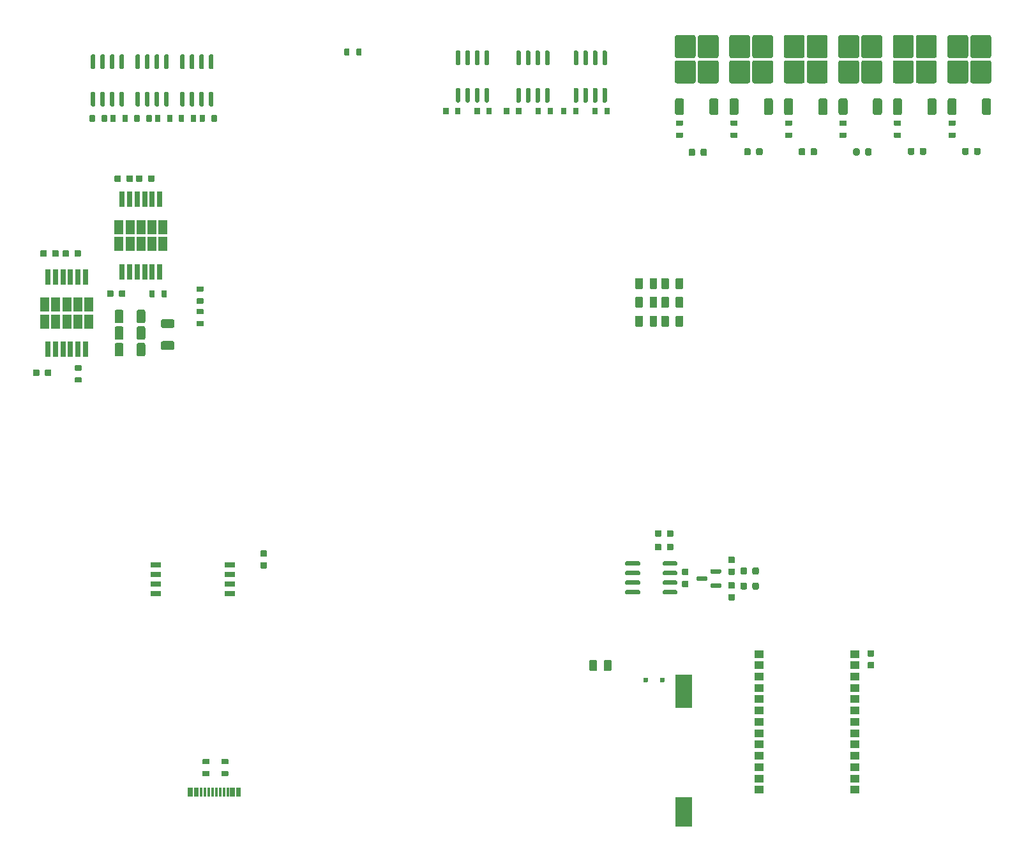
<source format=gtp>
G04 #@! TF.GenerationSoftware,KiCad,Pcbnew,8.0.2-8.0.2-0~ubuntu22.04.1*
G04 #@! TF.CreationDate,2024-05-16T21:05:52+00:00*
G04 #@! TF.ProjectId,uaefi,75616566-692e-46b6-9963-61645f706362,C*
G04 #@! TF.SameCoordinates,Original*
G04 #@! TF.FileFunction,Paste,Top*
G04 #@! TF.FilePolarity,Positive*
%FSLAX46Y46*%
G04 Gerber Fmt 4.6, Leading zero omitted, Abs format (unit mm)*
G04 Created by KiCad (PCBNEW 8.0.2-8.0.2-0~ubuntu22.04.1) date 2024-05-16 21:05:52*
%MOMM*%
%LPD*%
G01*
G04 APERTURE LIST*
%ADD10R,2.299995X4.399991*%
%ADD11R,2.299995X3.999992*%
%ADD12O,0.000001X0.000001*%
%ADD13R,1.300000X1.000000*%
%ADD14R,1.160000X1.950000*%
%ADD15R,0.650000X2.000000*%
%ADD16R,0.300000X1.150000*%
%ADD17R,1.350000X0.690000*%
G04 APERTURE END LIST*
G04 #@! TO.C,R40*
G36*
G01*
X89150001Y75725000D02*
X89150001Y74475000D01*
G75*
G02*
X89050001Y74375000I-100000J0D01*
G01*
X88250001Y74375000D01*
G75*
G02*
X88150001Y74475000I0J100000D01*
G01*
X88150001Y75725000D01*
G75*
G02*
X88250001Y75825000I100000J0D01*
G01*
X89050001Y75825000D01*
G75*
G02*
X89150001Y75725000I0J-100000D01*
G01*
G37*
G36*
G01*
X87249979Y75725000D02*
X87249979Y74475000D01*
G75*
G02*
X87149979Y74375000I-100000J0D01*
G01*
X86349979Y74375000D01*
G75*
G02*
X86249979Y74475000I0J100000D01*
G01*
X86249979Y75725000D01*
G75*
G02*
X86349979Y75825000I100000J0D01*
G01*
X87149979Y75825000D01*
G75*
G02*
X87249979Y75725000I0J-100000D01*
G01*
G37*
G04 #@! TD*
G04 #@! TO.C,D8*
G36*
G01*
X97675000Y35165000D02*
X97675000Y34865000D01*
G75*
G02*
X97525000Y34715000I-150000J0D01*
G01*
X96350000Y34715000D01*
G75*
G02*
X96200000Y34865000I0J150000D01*
G01*
X96200000Y35165000D01*
G75*
G02*
X96350000Y35315000I150000J0D01*
G01*
X97525000Y35315000D01*
G75*
G02*
X97675000Y35165000I0J-150000D01*
G01*
G37*
G36*
G01*
X97675000Y37065000D02*
X97675000Y36765000D01*
G75*
G02*
X97525000Y36615000I-150000J0D01*
G01*
X96350000Y36615000D01*
G75*
G02*
X96200000Y36765000I0J150000D01*
G01*
X96200000Y37065000D01*
G75*
G02*
X96350000Y37215000I150000J0D01*
G01*
X97525000Y37215000D01*
G75*
G02*
X97675000Y37065000I0J-150000D01*
G01*
G37*
G36*
G01*
X95800000Y36115000D02*
X95800000Y35815000D01*
G75*
G02*
X95650000Y35665000I-150000J0D01*
G01*
X94475000Y35665000D01*
G75*
G02*
X94325000Y35815000I0J150000D01*
G01*
X94325000Y36115000D01*
G75*
G02*
X94475000Y36265000I150000J0D01*
G01*
X95650000Y36265000D01*
G75*
G02*
X95800000Y36115000I0J-150000D01*
G01*
G37*
G04 #@! TD*
G04 #@! TO.C,U7*
G36*
G01*
X26352500Y98575000D02*
X26052500Y98575000D01*
G75*
G02*
X25902500Y98725000I0J150000D01*
G01*
X25902500Y100375000D01*
G75*
G02*
X26052500Y100525000I150000J0D01*
G01*
X26352500Y100525000D01*
G75*
G02*
X26502500Y100375000I0J-150000D01*
G01*
X26502500Y98725000D01*
G75*
G02*
X26352500Y98575000I-150000J0D01*
G01*
G37*
G36*
G01*
X27622500Y98575000D02*
X27322500Y98575000D01*
G75*
G02*
X27172500Y98725000I0J150000D01*
G01*
X27172500Y100375000D01*
G75*
G02*
X27322500Y100525000I150000J0D01*
G01*
X27622500Y100525000D01*
G75*
G02*
X27772500Y100375000I0J-150000D01*
G01*
X27772500Y98725000D01*
G75*
G02*
X27622500Y98575000I-150000J0D01*
G01*
G37*
G36*
G01*
X28892500Y98575000D02*
X28592500Y98575000D01*
G75*
G02*
X28442500Y98725000I0J150000D01*
G01*
X28442500Y100375000D01*
G75*
G02*
X28592500Y100525000I150000J0D01*
G01*
X28892500Y100525000D01*
G75*
G02*
X29042500Y100375000I0J-150000D01*
G01*
X29042500Y98725000D01*
G75*
G02*
X28892500Y98575000I-150000J0D01*
G01*
G37*
G36*
G01*
X30162500Y98575000D02*
X29862500Y98575000D01*
G75*
G02*
X29712500Y98725000I0J150000D01*
G01*
X29712500Y100375000D01*
G75*
G02*
X29862500Y100525000I150000J0D01*
G01*
X30162500Y100525000D01*
G75*
G02*
X30312500Y100375000I0J-150000D01*
G01*
X30312500Y98725000D01*
G75*
G02*
X30162500Y98575000I-150000J0D01*
G01*
G37*
G36*
G01*
X30162500Y103525000D02*
X29862500Y103525000D01*
G75*
G02*
X29712500Y103675000I0J150000D01*
G01*
X29712500Y105325000D01*
G75*
G02*
X29862500Y105475000I150000J0D01*
G01*
X30162500Y105475000D01*
G75*
G02*
X30312500Y105325000I0J-150000D01*
G01*
X30312500Y103675000D01*
G75*
G02*
X30162500Y103525000I-150000J0D01*
G01*
G37*
G36*
G01*
X28892500Y103525000D02*
X28592500Y103525000D01*
G75*
G02*
X28442500Y103675000I0J150000D01*
G01*
X28442500Y105325000D01*
G75*
G02*
X28592500Y105475000I150000J0D01*
G01*
X28892500Y105475000D01*
G75*
G02*
X29042500Y105325000I0J-150000D01*
G01*
X29042500Y103675000D01*
G75*
G02*
X28892500Y103525000I-150000J0D01*
G01*
G37*
G36*
G01*
X27622500Y103525000D02*
X27322500Y103525000D01*
G75*
G02*
X27172500Y103675000I0J150000D01*
G01*
X27172500Y105325000D01*
G75*
G02*
X27322500Y105475000I150000J0D01*
G01*
X27622500Y105475000D01*
G75*
G02*
X27772500Y105325000I0J-150000D01*
G01*
X27772500Y103675000D01*
G75*
G02*
X27622500Y103525000I-150000J0D01*
G01*
G37*
G36*
G01*
X26352500Y103525000D02*
X26052500Y103525000D01*
G75*
G02*
X25902500Y103675000I0J150000D01*
G01*
X25902500Y105325000D01*
G75*
G02*
X26052500Y105475000I150000J0D01*
G01*
X26352500Y105475000D01*
G75*
G02*
X26502500Y105325000I0J-150000D01*
G01*
X26502500Y103675000D01*
G75*
G02*
X26352500Y103525000I-150000J0D01*
G01*
G37*
G04 #@! TD*
G04 #@! TO.C,C24*
G36*
G01*
X12710001Y79415000D02*
X12710001Y78735000D01*
G75*
G02*
X12625001Y78650000I-85000J0D01*
G01*
X11945001Y78650000D01*
G75*
G02*
X11860001Y78735000I0J85000D01*
G01*
X11860001Y79415000D01*
G75*
G02*
X11945001Y79500000I85000J0D01*
G01*
X12625001Y79500000D01*
G75*
G02*
X12710001Y79415000I0J-85000D01*
G01*
G37*
G36*
G01*
X11129999Y79415000D02*
X11129999Y78735000D01*
G75*
G02*
X11044999Y78650000I-85000J0D01*
G01*
X10364999Y78650000D01*
G75*
G02*
X10279999Y78735000I0J85000D01*
G01*
X10279999Y79415000D01*
G75*
G02*
X10364999Y79500000I85000J0D01*
G01*
X11044999Y79500000D01*
G75*
G02*
X11129999Y79415000I0J-85000D01*
G01*
G37*
G04 #@! TD*
G04 #@! TO.C,R39*
G36*
G01*
X89150001Y73225000D02*
X89150001Y71975000D01*
G75*
G02*
X89050001Y71875000I-100000J0D01*
G01*
X88250001Y71875000D01*
G75*
G02*
X88150001Y71975000I0J100000D01*
G01*
X88150001Y73225000D01*
G75*
G02*
X88250001Y73325000I100000J0D01*
G01*
X89050001Y73325000D01*
G75*
G02*
X89150001Y73225000I0J-100000D01*
G01*
G37*
G36*
G01*
X87249979Y73225000D02*
X87249979Y71975000D01*
G75*
G02*
X87149979Y71875000I-100000J0D01*
G01*
X86349979Y71875000D01*
G75*
G02*
X86249979Y71975000I0J100000D01*
G01*
X86249979Y73225000D01*
G75*
G02*
X86349979Y73325000I100000J0D01*
G01*
X87149979Y73325000D01*
G75*
G02*
X87249979Y73225000I0J-100000D01*
G01*
G37*
G04 #@! TD*
G04 #@! TO.C,Q10*
G36*
G01*
X106922500Y97450000D02*
X106222500Y97450000D01*
G75*
G02*
X105972500Y97700000I0J250000D01*
G01*
X105972500Y99400000D01*
G75*
G02*
X106222500Y99650000I250000J0D01*
G01*
X106922500Y99650000D01*
G75*
G02*
X107172500Y99400000I0J-250000D01*
G01*
X107172500Y97700000D01*
G75*
G02*
X106922500Y97450000I-250000J0D01*
G01*
G37*
G36*
G01*
X108452500Y101650000D02*
X106202500Y101650000D01*
G75*
G02*
X105952500Y101900000I0J250000D01*
G01*
X105952500Y104450000D01*
G75*
G02*
X106202500Y104700000I250000J0D01*
G01*
X108452500Y104700000D01*
G75*
G02*
X108702500Y104450000I0J-250000D01*
G01*
X108702500Y101900000D01*
G75*
G02*
X108452500Y101650000I-250000J0D01*
G01*
G37*
G36*
G01*
X111502500Y101650000D02*
X109252500Y101650000D01*
G75*
G02*
X109002500Y101900000I0J250000D01*
G01*
X109002500Y104450000D01*
G75*
G02*
X109252500Y104700000I250000J0D01*
G01*
X111502500Y104700000D01*
G75*
G02*
X111752500Y104450000I0J-250000D01*
G01*
X111752500Y101900000D01*
G75*
G02*
X111502500Y101650000I-250000J0D01*
G01*
G37*
G36*
G01*
X108452500Y105000000D02*
X106202500Y105000000D01*
G75*
G02*
X105952500Y105250000I0J250000D01*
G01*
X105952500Y107800000D01*
G75*
G02*
X106202500Y108050000I250000J0D01*
G01*
X108452500Y108050000D01*
G75*
G02*
X108702500Y107800000I0J-250000D01*
G01*
X108702500Y105250000D01*
G75*
G02*
X108452500Y105000000I-250000J0D01*
G01*
G37*
G36*
G01*
X111502500Y105000000D02*
X109252500Y105000000D01*
G75*
G02*
X109002500Y105250000I0J250000D01*
G01*
X109002500Y107800000D01*
G75*
G02*
X109252500Y108050000I250000J0D01*
G01*
X111502500Y108050000D01*
G75*
G02*
X111752500Y107800000I0J-250000D01*
G01*
X111752500Y105250000D01*
G75*
G02*
X111502500Y105000000I-250000J0D01*
G01*
G37*
G36*
G01*
X111482500Y97450000D02*
X110782500Y97450000D01*
G75*
G02*
X110532500Y97700000I0J250000D01*
G01*
X110532500Y99400000D01*
G75*
G02*
X110782500Y99650000I250000J0D01*
G01*
X111482500Y99650000D01*
G75*
G02*
X111732500Y99400000I0J-250000D01*
G01*
X111732500Y97700000D01*
G75*
G02*
X111482500Y97450000I-250000J0D01*
G01*
G37*
G04 #@! TD*
G04 #@! TO.C,C27*
G36*
G01*
X36628000Y39705251D02*
X37308000Y39705251D01*
G75*
G02*
X37393000Y39620251I0J-85000D01*
G01*
X37393000Y38940251D01*
G75*
G02*
X37308000Y38855251I-85000J0D01*
G01*
X36628000Y38855251D01*
G75*
G02*
X36543000Y38940251I0J85000D01*
G01*
X36543000Y39620251D01*
G75*
G02*
X36628000Y39705251I85000J0D01*
G01*
G37*
G36*
G01*
X36628000Y38125249D02*
X37308000Y38125249D01*
G75*
G02*
X37393000Y38040249I0J-85000D01*
G01*
X37393000Y37360249D01*
G75*
G02*
X37308000Y37275249I-85000J0D01*
G01*
X36628000Y37275249D01*
G75*
G02*
X36543000Y37360249I0J85000D01*
G01*
X36543000Y38040249D01*
G75*
G02*
X36628000Y38125249I85000J0D01*
G01*
G37*
G04 #@! TD*
D10*
G04 #@! TO.C,BT1*
X92700000Y21025019D03*
D11*
X92700000Y5025000D03*
G04 #@! TD*
G04 #@! TO.C,U10*
G36*
G01*
X70925000Y99095856D02*
X70625000Y99095856D01*
G75*
G02*
X70475000Y99245856I0J150000D01*
G01*
X70475000Y100895856D01*
G75*
G02*
X70625000Y101045856I150000J0D01*
G01*
X70925000Y101045856D01*
G75*
G02*
X71075000Y100895856I0J-150000D01*
G01*
X71075000Y99245856D01*
G75*
G02*
X70925000Y99095856I-150000J0D01*
G01*
G37*
G36*
G01*
X72195000Y99095856D02*
X71895000Y99095856D01*
G75*
G02*
X71745000Y99245856I0J150000D01*
G01*
X71745000Y100895856D01*
G75*
G02*
X71895000Y101045856I150000J0D01*
G01*
X72195000Y101045856D01*
G75*
G02*
X72345000Y100895856I0J-150000D01*
G01*
X72345000Y99245856D01*
G75*
G02*
X72195000Y99095856I-150000J0D01*
G01*
G37*
G36*
G01*
X73465000Y99095856D02*
X73165000Y99095856D01*
G75*
G02*
X73015000Y99245856I0J150000D01*
G01*
X73015000Y100895856D01*
G75*
G02*
X73165000Y101045856I150000J0D01*
G01*
X73465000Y101045856D01*
G75*
G02*
X73615000Y100895856I0J-150000D01*
G01*
X73615000Y99245856D01*
G75*
G02*
X73465000Y99095856I-150000J0D01*
G01*
G37*
G36*
G01*
X74735000Y99095856D02*
X74435000Y99095856D01*
G75*
G02*
X74285000Y99245856I0J150000D01*
G01*
X74285000Y100895856D01*
G75*
G02*
X74435000Y101045856I150000J0D01*
G01*
X74735000Y101045856D01*
G75*
G02*
X74885000Y100895856I0J-150000D01*
G01*
X74885000Y99245856D01*
G75*
G02*
X74735000Y99095856I-150000J0D01*
G01*
G37*
G36*
G01*
X74735000Y104045856D02*
X74435000Y104045856D01*
G75*
G02*
X74285000Y104195856I0J150000D01*
G01*
X74285000Y105845856D01*
G75*
G02*
X74435000Y105995856I150000J0D01*
G01*
X74735000Y105995856D01*
G75*
G02*
X74885000Y105845856I0J-150000D01*
G01*
X74885000Y104195856D01*
G75*
G02*
X74735000Y104045856I-150000J0D01*
G01*
G37*
G36*
G01*
X73465000Y104045856D02*
X73165000Y104045856D01*
G75*
G02*
X73015000Y104195856I0J150000D01*
G01*
X73015000Y105845856D01*
G75*
G02*
X73165000Y105995856I150000J0D01*
G01*
X73465000Y105995856D01*
G75*
G02*
X73615000Y105845856I0J-150000D01*
G01*
X73615000Y104195856D01*
G75*
G02*
X73465000Y104045856I-150000J0D01*
G01*
G37*
G36*
G01*
X72195000Y104045856D02*
X71895000Y104045856D01*
G75*
G02*
X71745000Y104195856I0J150000D01*
G01*
X71745000Y105845856D01*
G75*
G02*
X71895000Y105995856I150000J0D01*
G01*
X72195000Y105995856D01*
G75*
G02*
X72345000Y105845856I0J-150000D01*
G01*
X72345000Y104195856D01*
G75*
G02*
X72195000Y104045856I-150000J0D01*
G01*
G37*
G36*
G01*
X70925000Y104045856D02*
X70625000Y104045856D01*
G75*
G02*
X70475000Y104195856I0J150000D01*
G01*
X70475000Y105845856D01*
G75*
G02*
X70625000Y105995856I150000J0D01*
G01*
X70925000Y105995856D01*
G75*
G02*
X71075000Y105845856I0J-150000D01*
G01*
X71075000Y104195856D01*
G75*
G02*
X70925000Y104045856I-150000J0D01*
G01*
G37*
G04 #@! TD*
G04 #@! TO.C,R31*
G36*
G01*
X68830000Y97576712D02*
X68830000Y98356712D01*
G75*
G02*
X68900000Y98426712I70000J0D01*
G01*
X69460000Y98426712D01*
G75*
G02*
X69530000Y98356712I0J-70000D01*
G01*
X69530000Y97576712D01*
G75*
G02*
X69460000Y97506712I-70000J0D01*
G01*
X68900000Y97506712D01*
G75*
G02*
X68830000Y97576712I0J70000D01*
G01*
G37*
G36*
G01*
X70430000Y97576712D02*
X70430000Y98356712D01*
G75*
G02*
X70500000Y98426712I70000J0D01*
G01*
X71060000Y98426712D01*
G75*
G02*
X71130000Y98356712I0J-70000D01*
G01*
X71130000Y97576712D01*
G75*
G02*
X71060000Y97506712I-70000J0D01*
G01*
X70500000Y97506712D01*
G75*
G02*
X70430000Y97576712I0J70000D01*
G01*
G37*
G04 #@! TD*
G04 #@! TO.C,C30*
G36*
G01*
X98677977Y38870002D02*
X99357977Y38870002D01*
G75*
G02*
X99442977Y38785002I0J-85000D01*
G01*
X99442977Y38105002D01*
G75*
G02*
X99357977Y38020002I-85000J0D01*
G01*
X98677977Y38020002D01*
G75*
G02*
X98592977Y38105002I0J85000D01*
G01*
X98592977Y38785002D01*
G75*
G02*
X98677977Y38870002I85000J0D01*
G01*
G37*
G36*
G01*
X98677977Y37290000D02*
X99357977Y37290000D01*
G75*
G02*
X99442977Y37205000I0J-85000D01*
G01*
X99442977Y36525000D01*
G75*
G02*
X99357977Y36440000I-85000J0D01*
G01*
X98677977Y36440000D01*
G75*
G02*
X98592977Y36525000I0J85000D01*
G01*
X98592977Y37205000D01*
G75*
G02*
X98677977Y37290000I85000J0D01*
G01*
G37*
G04 #@! TD*
G04 #@! TO.C,Q7*
G36*
G01*
X128612500Y97450000D02*
X127912500Y97450000D01*
G75*
G02*
X127662500Y97700000I0J250000D01*
G01*
X127662500Y99400000D01*
G75*
G02*
X127912500Y99650000I250000J0D01*
G01*
X128612500Y99650000D01*
G75*
G02*
X128862500Y99400000I0J-250000D01*
G01*
X128862500Y97700000D01*
G75*
G02*
X128612500Y97450000I-250000J0D01*
G01*
G37*
G36*
G01*
X130142500Y101650000D02*
X127892500Y101650000D01*
G75*
G02*
X127642500Y101900000I0J250000D01*
G01*
X127642500Y104450000D01*
G75*
G02*
X127892500Y104700000I250000J0D01*
G01*
X130142500Y104700000D01*
G75*
G02*
X130392500Y104450000I0J-250000D01*
G01*
X130392500Y101900000D01*
G75*
G02*
X130142500Y101650000I-250000J0D01*
G01*
G37*
G36*
G01*
X133192500Y101650000D02*
X130942500Y101650000D01*
G75*
G02*
X130692500Y101900000I0J250000D01*
G01*
X130692500Y104450000D01*
G75*
G02*
X130942500Y104700000I250000J0D01*
G01*
X133192500Y104700000D01*
G75*
G02*
X133442500Y104450000I0J-250000D01*
G01*
X133442500Y101900000D01*
G75*
G02*
X133192500Y101650000I-250000J0D01*
G01*
G37*
G36*
G01*
X130142500Y105000000D02*
X127892500Y105000000D01*
G75*
G02*
X127642500Y105250000I0J250000D01*
G01*
X127642500Y107800000D01*
G75*
G02*
X127892500Y108050000I250000J0D01*
G01*
X130142500Y108050000D01*
G75*
G02*
X130392500Y107800000I0J-250000D01*
G01*
X130392500Y105250000D01*
G75*
G02*
X130142500Y105000000I-250000J0D01*
G01*
G37*
G36*
G01*
X133192500Y105000000D02*
X130942500Y105000000D01*
G75*
G02*
X130692500Y105250000I0J250000D01*
G01*
X130692500Y107800000D01*
G75*
G02*
X130942500Y108050000I250000J0D01*
G01*
X133192500Y108050000D01*
G75*
G02*
X133442500Y107800000I0J-250000D01*
G01*
X133442500Y105250000D01*
G75*
G02*
X133192500Y105000000I-250000J0D01*
G01*
G37*
G36*
G01*
X133172500Y97450000D02*
X132472500Y97450000D01*
G75*
G02*
X132222500Y97700000I0J250000D01*
G01*
X132222500Y99400000D01*
G75*
G02*
X132472500Y99650000I250000J0D01*
G01*
X133172500Y99650000D01*
G75*
G02*
X133422500Y99400000I0J-250000D01*
G01*
X133422500Y97700000D01*
G75*
G02*
X133172500Y97450000I-250000J0D01*
G01*
G37*
G04 #@! TD*
G04 #@! TO.C,Q8*
G36*
G01*
X121382500Y97450000D02*
X120682500Y97450000D01*
G75*
G02*
X120432500Y97700000I0J250000D01*
G01*
X120432500Y99400000D01*
G75*
G02*
X120682500Y99650000I250000J0D01*
G01*
X121382500Y99650000D01*
G75*
G02*
X121632500Y99400000I0J-250000D01*
G01*
X121632500Y97700000D01*
G75*
G02*
X121382500Y97450000I-250000J0D01*
G01*
G37*
G36*
G01*
X122912500Y101650000D02*
X120662500Y101650000D01*
G75*
G02*
X120412500Y101900000I0J250000D01*
G01*
X120412500Y104450000D01*
G75*
G02*
X120662500Y104700000I250000J0D01*
G01*
X122912500Y104700000D01*
G75*
G02*
X123162500Y104450000I0J-250000D01*
G01*
X123162500Y101900000D01*
G75*
G02*
X122912500Y101650000I-250000J0D01*
G01*
G37*
G36*
G01*
X125962500Y101650000D02*
X123712500Y101650000D01*
G75*
G02*
X123462500Y101900000I0J250000D01*
G01*
X123462500Y104450000D01*
G75*
G02*
X123712500Y104700000I250000J0D01*
G01*
X125962500Y104700000D01*
G75*
G02*
X126212500Y104450000I0J-250000D01*
G01*
X126212500Y101900000D01*
G75*
G02*
X125962500Y101650000I-250000J0D01*
G01*
G37*
G36*
G01*
X122912500Y105000000D02*
X120662500Y105000000D01*
G75*
G02*
X120412500Y105250000I0J250000D01*
G01*
X120412500Y107800000D01*
G75*
G02*
X120662500Y108050000I250000J0D01*
G01*
X122912500Y108050000D01*
G75*
G02*
X123162500Y107800000I0J-250000D01*
G01*
X123162500Y105250000D01*
G75*
G02*
X122912500Y105000000I-250000J0D01*
G01*
G37*
G36*
G01*
X125962500Y105000000D02*
X123712500Y105000000D01*
G75*
G02*
X123462500Y105250000I0J250000D01*
G01*
X123462500Y107800000D01*
G75*
G02*
X123712500Y108050000I250000J0D01*
G01*
X125962500Y108050000D01*
G75*
G02*
X126212500Y107800000I0J-250000D01*
G01*
X126212500Y105250000D01*
G75*
G02*
X125962500Y105000000I-250000J0D01*
G01*
G37*
G36*
G01*
X125942500Y97450000D02*
X125242500Y97450000D01*
G75*
G02*
X124992500Y97700000I0J250000D01*
G01*
X124992500Y99400000D01*
G75*
G02*
X125242500Y99650000I250000J0D01*
G01*
X125942500Y99650000D01*
G75*
G02*
X126192500Y99400000I0J-250000D01*
G01*
X126192500Y97700000D01*
G75*
G02*
X125942500Y97450000I-250000J0D01*
G01*
G37*
G04 #@! TD*
G04 #@! TO.C,C26*
G36*
G01*
X6379999Y62910000D02*
X6379999Y63590000D01*
G75*
G02*
X6464999Y63675000I85000J0D01*
G01*
X7144999Y63675000D01*
G75*
G02*
X7229999Y63590000I0J-85000D01*
G01*
X7229999Y62910000D01*
G75*
G02*
X7144999Y62825000I-85000J0D01*
G01*
X6464999Y62825000D01*
G75*
G02*
X6379999Y62910000I0J85000D01*
G01*
G37*
G36*
G01*
X7960001Y62910000D02*
X7960001Y63590000D01*
G75*
G02*
X8045001Y63675000I85000J0D01*
G01*
X8725001Y63675000D01*
G75*
G02*
X8810001Y63590000I0J-85000D01*
G01*
X8810001Y62910000D01*
G75*
G02*
X8725001Y62825000I-85000J0D01*
G01*
X8045001Y62825000D01*
G75*
G02*
X7960001Y62910000I0J85000D01*
G01*
G37*
G04 #@! TD*
G04 #@! TO.C,C33*
G36*
G01*
X117160000Y26465001D02*
X117840000Y26465001D01*
G75*
G02*
X117925000Y26380001I0J-85000D01*
G01*
X117925000Y25700001D01*
G75*
G02*
X117840000Y25615001I-85000J0D01*
G01*
X117160000Y25615001D01*
G75*
G02*
X117075000Y25700001I0J85000D01*
G01*
X117075000Y26380001D01*
G75*
G02*
X117160000Y26465001I85000J0D01*
G01*
G37*
G36*
G01*
X117160000Y24884999D02*
X117840000Y24884999D01*
G75*
G02*
X117925000Y24799999I0J-85000D01*
G01*
X117925000Y24119999D01*
G75*
G02*
X117840000Y24034999I-85000J0D01*
G01*
X117160000Y24034999D01*
G75*
G02*
X117075000Y24119999I0J85000D01*
G01*
X117075000Y24799999D01*
G75*
G02*
X117160000Y24884999I85000J0D01*
G01*
G37*
G04 #@! TD*
G04 #@! TO.C,C29*
G36*
G01*
X93215000Y34809998D02*
X92535000Y34809998D01*
G75*
G02*
X92450000Y34894998I0J85000D01*
G01*
X92450000Y35574998D01*
G75*
G02*
X92535000Y35659998I85000J0D01*
G01*
X93215000Y35659998D01*
G75*
G02*
X93300000Y35574998I0J-85000D01*
G01*
X93300000Y34894998D01*
G75*
G02*
X93215000Y34809998I-85000J0D01*
G01*
G37*
G36*
G01*
X93215000Y36390000D02*
X92535000Y36390000D01*
G75*
G02*
X92450000Y36475000I0J85000D01*
G01*
X92450000Y37155000D01*
G75*
G02*
X92535000Y37240000I85000J0D01*
G01*
X93215000Y37240000D01*
G75*
G02*
X93300000Y37155000I0J-85000D01*
G01*
X93300000Y36475000D01*
G75*
G02*
X93215000Y36390000I-85000J0D01*
G01*
G37*
G04 #@! TD*
G04 #@! TO.C,R34*
G36*
G01*
X82875000Y98365000D02*
X82875000Y97585000D01*
G75*
G02*
X82805000Y97515000I-70000J0D01*
G01*
X82245000Y97515000D01*
G75*
G02*
X82175000Y97585000I0J70000D01*
G01*
X82175000Y98365000D01*
G75*
G02*
X82245000Y98435000I70000J0D01*
G01*
X82805000Y98435000D01*
G75*
G02*
X82875000Y98365000I0J-70000D01*
G01*
G37*
G36*
G01*
X81275000Y98365000D02*
X81275000Y97585000D01*
G75*
G02*
X81205000Y97515000I-70000J0D01*
G01*
X80645000Y97515000D01*
G75*
G02*
X80575000Y97585000I0J70000D01*
G01*
X80575000Y98365000D01*
G75*
G02*
X80645000Y98435000I70000J0D01*
G01*
X81205000Y98435000D01*
G75*
G02*
X81275000Y98365000I0J-70000D01*
G01*
G37*
G04 #@! TD*
G04 #@! TO.C,R1*
G36*
G01*
X47650000Y105410000D02*
X47650000Y106190000D01*
G75*
G02*
X47720000Y106260000I70000J0D01*
G01*
X48280000Y106260000D01*
G75*
G02*
X48350000Y106190000I0J-70000D01*
G01*
X48350000Y105410000D01*
G75*
G02*
X48280000Y105340000I-70000J0D01*
G01*
X47720000Y105340000D01*
G75*
G02*
X47650000Y105410000I0J70000D01*
G01*
G37*
G36*
G01*
X49250000Y105410000D02*
X49250000Y106190000D01*
G75*
G02*
X49320000Y106260000I70000J0D01*
G01*
X49880000Y106260000D01*
G75*
G02*
X49950000Y106190000I0J-70000D01*
G01*
X49950000Y105410000D01*
G75*
G02*
X49880000Y105340000I-70000J0D01*
G01*
X49320000Y105340000D01*
G75*
G02*
X49250000Y105410000I0J70000D01*
G01*
G37*
G04 #@! TD*
G04 #@! TO.C,U4*
G36*
G01*
X91825000Y34285000D02*
X91825000Y33985000D01*
G75*
G02*
X91675000Y33835000I-150000J0D01*
G01*
X90025000Y33835000D01*
G75*
G02*
X89875000Y33985000I0J150000D01*
G01*
X89875000Y34285000D01*
G75*
G02*
X90025000Y34435000I150000J0D01*
G01*
X91675000Y34435000D01*
G75*
G02*
X91825000Y34285000I0J-150000D01*
G01*
G37*
G36*
G01*
X91825000Y35555000D02*
X91825000Y35255000D01*
G75*
G02*
X91675000Y35105000I-150000J0D01*
G01*
X90025000Y35105000D01*
G75*
G02*
X89875000Y35255000I0J150000D01*
G01*
X89875000Y35555000D01*
G75*
G02*
X90025000Y35705000I150000J0D01*
G01*
X91675000Y35705000D01*
G75*
G02*
X91825000Y35555000I0J-150000D01*
G01*
G37*
G36*
G01*
X91825000Y36825000D02*
X91825000Y36525000D01*
G75*
G02*
X91675000Y36375000I-150000J0D01*
G01*
X90025000Y36375000D01*
G75*
G02*
X89875000Y36525000I0J150000D01*
G01*
X89875000Y36825000D01*
G75*
G02*
X90025000Y36975000I150000J0D01*
G01*
X91675000Y36975000D01*
G75*
G02*
X91825000Y36825000I0J-150000D01*
G01*
G37*
G36*
G01*
X91825000Y38095000D02*
X91825000Y37795000D01*
G75*
G02*
X91675000Y37645000I-150000J0D01*
G01*
X90025000Y37645000D01*
G75*
G02*
X89875000Y37795000I0J150000D01*
G01*
X89875000Y38095000D01*
G75*
G02*
X90025000Y38245000I150000J0D01*
G01*
X91675000Y38245000D01*
G75*
G02*
X91825000Y38095000I0J-150000D01*
G01*
G37*
G36*
G01*
X86875000Y38095000D02*
X86875000Y37795000D01*
G75*
G02*
X86725000Y37645000I-150000J0D01*
G01*
X85075000Y37645000D01*
G75*
G02*
X84925000Y37795000I0J150000D01*
G01*
X84925000Y38095000D01*
G75*
G02*
X85075000Y38245000I150000J0D01*
G01*
X86725000Y38245000D01*
G75*
G02*
X86875000Y38095000I0J-150000D01*
G01*
G37*
G36*
G01*
X86875000Y36825000D02*
X86875000Y36525000D01*
G75*
G02*
X86725000Y36375000I-150000J0D01*
G01*
X85075000Y36375000D01*
G75*
G02*
X84925000Y36525000I0J150000D01*
G01*
X84925000Y36825000D01*
G75*
G02*
X85075000Y36975000I150000J0D01*
G01*
X86725000Y36975000D01*
G75*
G02*
X86875000Y36825000I0J-150000D01*
G01*
G37*
G36*
G01*
X86875000Y35555000D02*
X86875000Y35255000D01*
G75*
G02*
X86725000Y35105000I-150000J0D01*
G01*
X85075000Y35105000D01*
G75*
G02*
X84925000Y35255000I0J150000D01*
G01*
X84925000Y35555000D01*
G75*
G02*
X85075000Y35705000I150000J0D01*
G01*
X86725000Y35705000D01*
G75*
G02*
X86875000Y35555000I0J-150000D01*
G01*
G37*
G36*
G01*
X86875000Y34285000D02*
X86875000Y33985000D01*
G75*
G02*
X86725000Y33835000I-150000J0D01*
G01*
X85075000Y33835000D01*
G75*
G02*
X84925000Y33985000I0J150000D01*
G01*
X84925000Y34285000D01*
G75*
G02*
X85075000Y34435000I150000J0D01*
G01*
X86725000Y34435000D01*
G75*
G02*
X86875000Y34285000I0J-150000D01*
G01*
G37*
G04 #@! TD*
G04 #@! TO.C,C13*
G36*
G01*
X16179999Y73410000D02*
X16179999Y74090000D01*
G75*
G02*
X16264999Y74175000I85000J0D01*
G01*
X16944999Y74175000D01*
G75*
G02*
X17029999Y74090000I0J-85000D01*
G01*
X17029999Y73410000D01*
G75*
G02*
X16944999Y73325000I-85000J0D01*
G01*
X16264999Y73325000D01*
G75*
G02*
X16179999Y73410000I0J85000D01*
G01*
G37*
G36*
G01*
X17760001Y73410000D02*
X17760001Y74090000D01*
G75*
G02*
X17845001Y74175000I85000J0D01*
G01*
X18525001Y74175000D01*
G75*
G02*
X18610001Y74090000I0J-85000D01*
G01*
X18610001Y73410000D01*
G75*
G02*
X18525001Y73325000I-85000J0D01*
G01*
X17845001Y73325000D01*
G75*
G02*
X17760001Y73410000I0J85000D01*
G01*
G37*
G04 #@! TD*
G04 #@! TO.C,U11*
G36*
G01*
X78520000Y99100000D02*
X78220000Y99100000D01*
G75*
G02*
X78070000Y99250000I0J150000D01*
G01*
X78070000Y100900000D01*
G75*
G02*
X78220000Y101050000I150000J0D01*
G01*
X78520000Y101050000D01*
G75*
G02*
X78670000Y100900000I0J-150000D01*
G01*
X78670000Y99250000D01*
G75*
G02*
X78520000Y99100000I-150000J0D01*
G01*
G37*
G36*
G01*
X79790000Y99100000D02*
X79490000Y99100000D01*
G75*
G02*
X79340000Y99250000I0J150000D01*
G01*
X79340000Y100900000D01*
G75*
G02*
X79490000Y101050000I150000J0D01*
G01*
X79790000Y101050000D01*
G75*
G02*
X79940000Y100900000I0J-150000D01*
G01*
X79940000Y99250000D01*
G75*
G02*
X79790000Y99100000I-150000J0D01*
G01*
G37*
G36*
G01*
X81060000Y99100000D02*
X80760000Y99100000D01*
G75*
G02*
X80610000Y99250000I0J150000D01*
G01*
X80610000Y100900000D01*
G75*
G02*
X80760000Y101050000I150000J0D01*
G01*
X81060000Y101050000D01*
G75*
G02*
X81210000Y100900000I0J-150000D01*
G01*
X81210000Y99250000D01*
G75*
G02*
X81060000Y99100000I-150000J0D01*
G01*
G37*
G36*
G01*
X82330000Y99100000D02*
X82030000Y99100000D01*
G75*
G02*
X81880000Y99250000I0J150000D01*
G01*
X81880000Y100900000D01*
G75*
G02*
X82030000Y101050000I150000J0D01*
G01*
X82330000Y101050000D01*
G75*
G02*
X82480000Y100900000I0J-150000D01*
G01*
X82480000Y99250000D01*
G75*
G02*
X82330000Y99100000I-150000J0D01*
G01*
G37*
G36*
G01*
X82330000Y104050000D02*
X82030000Y104050000D01*
G75*
G02*
X81880000Y104200000I0J150000D01*
G01*
X81880000Y105850000D01*
G75*
G02*
X82030000Y106000000I150000J0D01*
G01*
X82330000Y106000000D01*
G75*
G02*
X82480000Y105850000I0J-150000D01*
G01*
X82480000Y104200000D01*
G75*
G02*
X82330000Y104050000I-150000J0D01*
G01*
G37*
G36*
G01*
X81060000Y104050000D02*
X80760000Y104050000D01*
G75*
G02*
X80610000Y104200000I0J150000D01*
G01*
X80610000Y105850000D01*
G75*
G02*
X80760000Y106000000I150000J0D01*
G01*
X81060000Y106000000D01*
G75*
G02*
X81210000Y105850000I0J-150000D01*
G01*
X81210000Y104200000D01*
G75*
G02*
X81060000Y104050000I-150000J0D01*
G01*
G37*
G36*
G01*
X79790000Y104050000D02*
X79490000Y104050000D01*
G75*
G02*
X79340000Y104200000I0J150000D01*
G01*
X79340000Y105850000D01*
G75*
G02*
X79490000Y106000000I150000J0D01*
G01*
X79790000Y106000000D01*
G75*
G02*
X79940000Y105850000I0J-150000D01*
G01*
X79940000Y104200000D01*
G75*
G02*
X79790000Y104050000I-150000J0D01*
G01*
G37*
G36*
G01*
X78520000Y104050000D02*
X78220000Y104050000D01*
G75*
G02*
X78070000Y104200000I0J150000D01*
G01*
X78070000Y105850000D01*
G75*
G02*
X78220000Y106000000I150000J0D01*
G01*
X78520000Y106000000D01*
G75*
G02*
X78670000Y105850000I0J-150000D01*
G01*
X78670000Y104200000D01*
G75*
G02*
X78520000Y104050000I-150000J0D01*
G01*
G37*
G04 #@! TD*
G04 #@! TO.C,C31*
G36*
G01*
X88859999Y39800000D02*
X88859999Y40480000D01*
G75*
G02*
X88944999Y40565000I85000J0D01*
G01*
X89624999Y40565000D01*
G75*
G02*
X89709999Y40480000I0J-85000D01*
G01*
X89709999Y39800000D01*
G75*
G02*
X89624999Y39715000I-85000J0D01*
G01*
X88944999Y39715000D01*
G75*
G02*
X88859999Y39800000I0J85000D01*
G01*
G37*
G36*
G01*
X90440001Y39800000D02*
X90440001Y40480000D01*
G75*
G02*
X90525001Y40565000I85000J0D01*
G01*
X91205001Y40565000D01*
G75*
G02*
X91290001Y40480000I0J-85000D01*
G01*
X91290001Y39800000D01*
G75*
G02*
X91205001Y39715000I-85000J0D01*
G01*
X90525001Y39715000D01*
G75*
G02*
X90440001Y39800000I0J85000D01*
G01*
G37*
G04 #@! TD*
G04 #@! TO.C,F4*
G36*
G01*
X20340010Y71625000D02*
X21030010Y71625000D01*
G75*
G02*
X21260010Y71395000I0J-230000D01*
G01*
X21260010Y70055000D01*
G75*
G02*
X21030010Y69825000I-230000J0D01*
G01*
X20340010Y69825000D01*
G75*
G02*
X20110010Y70055000I0J230000D01*
G01*
X20110010Y71395000D01*
G75*
G02*
X20340010Y71625000I230000J0D01*
G01*
G37*
G36*
G01*
X17439990Y71625000D02*
X18129990Y71625000D01*
G75*
G02*
X18359990Y71395000I0J-230000D01*
G01*
X18359990Y70055000D01*
G75*
G02*
X18129990Y69825000I-230000J0D01*
G01*
X17439990Y69825000D01*
G75*
G02*
X17209990Y70055000I0J230000D01*
G01*
X17209990Y71395000D01*
G75*
G02*
X17439990Y71625000I230000J0D01*
G01*
G37*
G04 #@! TD*
G04 #@! TO.C,R37*
G36*
G01*
X92600001Y75725000D02*
X92600001Y74475000D01*
G75*
G02*
X92500001Y74375000I-100000J0D01*
G01*
X91700001Y74375000D01*
G75*
G02*
X91600001Y74475000I0J100000D01*
G01*
X91600001Y75725000D01*
G75*
G02*
X91700001Y75825000I100000J0D01*
G01*
X92500001Y75825000D01*
G75*
G02*
X92600001Y75725000I0J-100000D01*
G01*
G37*
G36*
G01*
X90699979Y75725000D02*
X90699979Y74475000D01*
G75*
G02*
X90599979Y74375000I-100000J0D01*
G01*
X89799979Y74375000D01*
G75*
G02*
X89699979Y74475000I0J100000D01*
G01*
X89699979Y75725000D01*
G75*
G02*
X89799979Y75825000I100000J0D01*
G01*
X90599979Y75825000D01*
G75*
G02*
X90699979Y75725000I0J-100000D01*
G01*
G37*
G04 #@! TD*
G04 #@! TO.C,F9*
G36*
G01*
X103137500Y92831250D02*
X103137500Y92318750D01*
G75*
G02*
X102918750Y92100000I-218750J0D01*
G01*
X102481250Y92100000D01*
G75*
G02*
X102262500Y92318750I0J218750D01*
G01*
X102262500Y92831250D01*
G75*
G02*
X102481250Y93050000I218750J0D01*
G01*
X102918750Y93050000D01*
G75*
G02*
X103137500Y92831250I0J-218750D01*
G01*
G37*
G36*
G01*
X101562500Y92831250D02*
X101562500Y92318750D01*
G75*
G02*
X101343750Y92100000I-218750J0D01*
G01*
X100906250Y92100000D01*
G75*
G02*
X100687500Y92318750I0J218750D01*
G01*
X100687500Y92831250D01*
G75*
G02*
X100906250Y93050000I218750J0D01*
G01*
X101343750Y93050000D01*
G75*
G02*
X101562500Y92831250I0J-218750D01*
G01*
G37*
G04 #@! TD*
G04 #@! TO.C,C11*
G36*
G01*
X22460001Y89365000D02*
X22460001Y88685000D01*
G75*
G02*
X22375001Y88600000I-85000J0D01*
G01*
X21695001Y88600000D01*
G75*
G02*
X21610001Y88685000I0J85000D01*
G01*
X21610001Y89365000D01*
G75*
G02*
X21695001Y89450000I85000J0D01*
G01*
X22375001Y89450000D01*
G75*
G02*
X22460001Y89365000I0J-85000D01*
G01*
G37*
G36*
G01*
X20879999Y89365000D02*
X20879999Y88685000D01*
G75*
G02*
X20794999Y88600000I-85000J0D01*
G01*
X20114999Y88600000D01*
G75*
G02*
X20029999Y88685000I0J85000D01*
G01*
X20029999Y89365000D01*
G75*
G02*
X20114999Y89450000I85000J0D01*
G01*
X20794999Y89450000D01*
G75*
G02*
X20879999Y89365000I0J-85000D01*
G01*
G37*
G04 #@! TD*
G04 #@! TO.C,F6*
G36*
G01*
X132037500Y92881250D02*
X132037500Y92368750D01*
G75*
G02*
X131818750Y92150000I-218750J0D01*
G01*
X131381250Y92150000D01*
G75*
G02*
X131162500Y92368750I0J218750D01*
G01*
X131162500Y92881250D01*
G75*
G02*
X131381250Y93100000I218750J0D01*
G01*
X131818750Y93100000D01*
G75*
G02*
X132037500Y92881250I0J-218750D01*
G01*
G37*
G36*
G01*
X130462500Y92881250D02*
X130462500Y92368750D01*
G75*
G02*
X130243750Y92150000I-218750J0D01*
G01*
X129806250Y92150000D01*
G75*
G02*
X129587500Y92368750I0J218750D01*
G01*
X129587500Y92881250D01*
G75*
G02*
X129806250Y93100000I218750J0D01*
G01*
X130243750Y93100000D01*
G75*
G02*
X130462500Y92881250I0J-218750D01*
G01*
G37*
G04 #@! TD*
G04 #@! TO.C,R10*
G36*
G01*
X28007500Y97394144D02*
X28007500Y96614144D01*
G75*
G02*
X27937500Y96544144I-70000J0D01*
G01*
X27377500Y96544144D01*
G75*
G02*
X27307500Y96614144I0J70000D01*
G01*
X27307500Y97394144D01*
G75*
G02*
X27377500Y97464144I70000J0D01*
G01*
X27937500Y97464144D01*
G75*
G02*
X28007500Y97394144I0J-70000D01*
G01*
G37*
G36*
G01*
X26407500Y97394144D02*
X26407500Y96614144D01*
G75*
G02*
X26337500Y96544144I-70000J0D01*
G01*
X25777500Y96544144D01*
G75*
G02*
X25707500Y96614144I0J70000D01*
G01*
X25707500Y97394144D01*
G75*
G02*
X25777500Y97464144I70000J0D01*
G01*
X26337500Y97464144D01*
G75*
G02*
X26407500Y97394144I0J-70000D01*
G01*
G37*
G04 #@! TD*
G04 #@! TO.C,F10*
G36*
G01*
X95762500Y92756250D02*
X95762500Y92243750D01*
G75*
G02*
X95543750Y92025000I-218750J0D01*
G01*
X95106250Y92025000D01*
G75*
G02*
X94887500Y92243750I0J218750D01*
G01*
X94887500Y92756250D01*
G75*
G02*
X95106250Y92975000I218750J0D01*
G01*
X95543750Y92975000D01*
G75*
G02*
X95762500Y92756250I0J-218750D01*
G01*
G37*
G36*
G01*
X94187500Y92756250D02*
X94187500Y92243750D01*
G75*
G02*
X93968750Y92025000I-218750J0D01*
G01*
X93531250Y92025000D01*
G75*
G02*
X93312500Y92243750I0J218750D01*
G01*
X93312500Y92756250D01*
G75*
G02*
X93531250Y92975000I218750J0D01*
G01*
X93968750Y92975000D01*
G75*
G02*
X94187500Y92756250I0J-218750D01*
G01*
G37*
G04 #@! TD*
G04 #@! TO.C,F3*
G36*
G01*
X20340010Y69425000D02*
X21030010Y69425000D01*
G75*
G02*
X21260010Y69195000I0J-230000D01*
G01*
X21260010Y67855000D01*
G75*
G02*
X21030010Y67625000I-230000J0D01*
G01*
X20340010Y67625000D01*
G75*
G02*
X20110010Y67855000I0J230000D01*
G01*
X20110010Y69195000D01*
G75*
G02*
X20340010Y69425000I230000J0D01*
G01*
G37*
G36*
G01*
X17439990Y69425000D02*
X18129990Y69425000D01*
G75*
G02*
X18359990Y69195000I0J-230000D01*
G01*
X18359990Y67855000D01*
G75*
G02*
X18129990Y67625000I-230000J0D01*
G01*
X17439990Y67625000D01*
G75*
G02*
X17209990Y67855000I0J230000D01*
G01*
X17209990Y69195000D01*
G75*
G02*
X17439990Y69425000I230000J0D01*
G01*
G37*
G04 #@! TD*
G04 #@! TO.C,D1*
G36*
G01*
X87360000Y22825067D02*
X87840000Y22825067D01*
G75*
G02*
X87900000Y22765067I0J-60000D01*
G01*
X87900000Y22285067D01*
G75*
G02*
X87840000Y22225067I-60000J0D01*
G01*
X87360000Y22225067D01*
G75*
G02*
X87300000Y22285067I0J60000D01*
G01*
X87300000Y22765067D01*
G75*
G02*
X87360000Y22825067I60000J0D01*
G01*
G37*
G36*
G01*
X89560000Y22825067D02*
X90040000Y22825067D01*
G75*
G02*
X90100000Y22765067I0J-60000D01*
G01*
X90100000Y22285067D01*
G75*
G02*
X90040000Y22225067I-60000J0D01*
G01*
X89560000Y22225067D01*
G75*
G02*
X89500000Y22285067I0J60000D01*
G01*
X89500000Y22765067D01*
G75*
G02*
X89560000Y22825067I60000J0D01*
G01*
G37*
G04 #@! TD*
G04 #@! TO.C,C25*
G36*
G01*
X7345000Y78735000D02*
X7345000Y79415000D01*
G75*
G02*
X7430000Y79500000I85000J0D01*
G01*
X8110000Y79500000D01*
G75*
G02*
X8195000Y79415000I0J-85000D01*
G01*
X8195000Y78735000D01*
G75*
G02*
X8110000Y78650000I-85000J0D01*
G01*
X7430000Y78650000D01*
G75*
G02*
X7345000Y78735000I0J85000D01*
G01*
G37*
G36*
G01*
X8925002Y78735000D02*
X8925002Y79415000D01*
G75*
G02*
X9010002Y79500000I85000J0D01*
G01*
X9690002Y79500000D01*
G75*
G02*
X9775002Y79415000I0J-85000D01*
G01*
X9775002Y78735000D01*
G75*
G02*
X9690002Y78650000I-85000J0D01*
G01*
X9010002Y78650000D01*
G75*
G02*
X8925002Y78735000I0J85000D01*
G01*
G37*
G04 #@! TD*
G04 #@! TO.C,R19*
G36*
G01*
X113402500Y96725000D02*
X114182500Y96725000D01*
G75*
G02*
X114252500Y96655000I0J-70000D01*
G01*
X114252500Y96095000D01*
G75*
G02*
X114182500Y96025000I-70000J0D01*
G01*
X113402500Y96025000D01*
G75*
G02*
X113332500Y96095000I0J70000D01*
G01*
X113332500Y96655000D01*
G75*
G02*
X113402500Y96725000I70000J0D01*
G01*
G37*
G36*
G01*
X113402500Y95125000D02*
X114182500Y95125000D01*
G75*
G02*
X114252500Y95055000I0J-70000D01*
G01*
X114252500Y94495000D01*
G75*
G02*
X114182500Y94425000I-70000J0D01*
G01*
X113402500Y94425000D01*
G75*
G02*
X113332500Y94495000I0J70000D01*
G01*
X113332500Y95055000D01*
G75*
G02*
X113402500Y95125000I70000J0D01*
G01*
G37*
G04 #@! TD*
G04 #@! TO.C,R33*
G36*
G01*
X76425000Y97580856D02*
X76425000Y98360856D01*
G75*
G02*
X76495000Y98430856I70000J0D01*
G01*
X77055000Y98430856D01*
G75*
G02*
X77125000Y98360856I0J-70000D01*
G01*
X77125000Y97580856D01*
G75*
G02*
X77055000Y97510856I-70000J0D01*
G01*
X76495000Y97510856D01*
G75*
G02*
X76425000Y97580856I0J70000D01*
G01*
G37*
G36*
G01*
X78025000Y97580856D02*
X78025000Y98360856D01*
G75*
G02*
X78095000Y98430856I70000J0D01*
G01*
X78655000Y98430856D01*
G75*
G02*
X78725000Y98360856I0J-70000D01*
G01*
X78725000Y97580856D01*
G75*
G02*
X78655000Y97510856I-70000J0D01*
G01*
X78095000Y97510856D01*
G75*
G02*
X78025000Y97580856I0J70000D01*
G01*
G37*
G04 #@! TD*
G04 #@! TO.C,F8*
G36*
G01*
X110362500Y92831250D02*
X110362500Y92318750D01*
G75*
G02*
X110143750Y92100000I-218750J0D01*
G01*
X109706250Y92100000D01*
G75*
G02*
X109487500Y92318750I0J218750D01*
G01*
X109487500Y92831250D01*
G75*
G02*
X109706250Y93050000I218750J0D01*
G01*
X110143750Y93050000D01*
G75*
G02*
X110362500Y92831250I0J-218750D01*
G01*
G37*
G36*
G01*
X108787500Y92831250D02*
X108787500Y92318750D01*
G75*
G02*
X108568750Y92100000I-218750J0D01*
G01*
X108131250Y92100000D01*
G75*
G02*
X107912500Y92318750I0J218750D01*
G01*
X107912500Y92831250D01*
G75*
G02*
X108131250Y93050000I218750J0D01*
G01*
X108568750Y93050000D01*
G75*
G02*
X108787500Y92831250I0J-218750D01*
G01*
G37*
G04 #@! TD*
G04 #@! TO.C,Q12*
G36*
G01*
X92462500Y97450000D02*
X91762500Y97450000D01*
G75*
G02*
X91512500Y97700000I0J250000D01*
G01*
X91512500Y99400000D01*
G75*
G02*
X91762500Y99650000I250000J0D01*
G01*
X92462500Y99650000D01*
G75*
G02*
X92712500Y99400000I0J-250000D01*
G01*
X92712500Y97700000D01*
G75*
G02*
X92462500Y97450000I-250000J0D01*
G01*
G37*
G36*
G01*
X93992500Y101650000D02*
X91742500Y101650000D01*
G75*
G02*
X91492500Y101900000I0J250000D01*
G01*
X91492500Y104450000D01*
G75*
G02*
X91742500Y104700000I250000J0D01*
G01*
X93992500Y104700000D01*
G75*
G02*
X94242500Y104450000I0J-250000D01*
G01*
X94242500Y101900000D01*
G75*
G02*
X93992500Y101650000I-250000J0D01*
G01*
G37*
G36*
G01*
X97042500Y101650000D02*
X94792500Y101650000D01*
G75*
G02*
X94542500Y101900000I0J250000D01*
G01*
X94542500Y104450000D01*
G75*
G02*
X94792500Y104700000I250000J0D01*
G01*
X97042500Y104700000D01*
G75*
G02*
X97292500Y104450000I0J-250000D01*
G01*
X97292500Y101900000D01*
G75*
G02*
X97042500Y101650000I-250000J0D01*
G01*
G37*
G36*
G01*
X93992500Y105000000D02*
X91742500Y105000000D01*
G75*
G02*
X91492500Y105250000I0J250000D01*
G01*
X91492500Y107800000D01*
G75*
G02*
X91742500Y108050000I250000J0D01*
G01*
X93992500Y108050000D01*
G75*
G02*
X94242500Y107800000I0J-250000D01*
G01*
X94242500Y105250000D01*
G75*
G02*
X93992500Y105000000I-250000J0D01*
G01*
G37*
G36*
G01*
X97042500Y105000000D02*
X94792500Y105000000D01*
G75*
G02*
X94542500Y105250000I0J250000D01*
G01*
X94542500Y107800000D01*
G75*
G02*
X94792500Y108050000I250000J0D01*
G01*
X97042500Y108050000D01*
G75*
G02*
X97292500Y107800000I0J-250000D01*
G01*
X97292500Y105250000D01*
G75*
G02*
X97042500Y105000000I-250000J0D01*
G01*
G37*
G36*
G01*
X97022500Y97450000D02*
X96322500Y97450000D01*
G75*
G02*
X96072500Y97700000I0J250000D01*
G01*
X96072500Y99400000D01*
G75*
G02*
X96322500Y99650000I250000J0D01*
G01*
X97022500Y99650000D01*
G75*
G02*
X97272500Y99400000I0J-250000D01*
G01*
X97272500Y97700000D01*
G75*
G02*
X97022500Y97450000I-250000J0D01*
G01*
G37*
G04 #@! TD*
D12*
G04 #@! TO.C,M7*
X26900006Y49800000D03*
G04 #@! TD*
G04 #@! TO.C,R23*
G36*
G01*
X106177500Y96725000D02*
X106957500Y96725000D01*
G75*
G02*
X107027500Y96655000I0J-70000D01*
G01*
X107027500Y96095000D01*
G75*
G02*
X106957500Y96025000I-70000J0D01*
G01*
X106177500Y96025000D01*
G75*
G02*
X106107500Y96095000I0J70000D01*
G01*
X106107500Y96655000D01*
G75*
G02*
X106177500Y96725000I70000J0D01*
G01*
G37*
G36*
G01*
X106177500Y95125000D02*
X106957500Y95125000D01*
G75*
G02*
X107027500Y95055000I0J-70000D01*
G01*
X107027500Y94495000D01*
G75*
G02*
X106957500Y94425000I-70000J0D01*
G01*
X106177500Y94425000D01*
G75*
G02*
X106107500Y94495000I0J70000D01*
G01*
X106107500Y95055000D01*
G75*
G02*
X106177500Y95125000I70000J0D01*
G01*
G37*
G04 #@! TD*
G04 #@! TO.C,R7*
G36*
G01*
X28914814Y12025000D02*
X29694814Y12025000D01*
G75*
G02*
X29764814Y11955000I0J-70000D01*
G01*
X29764814Y11395000D01*
G75*
G02*
X29694814Y11325000I-70000J0D01*
G01*
X28914814Y11325000D01*
G75*
G02*
X28844814Y11395000I0J70000D01*
G01*
X28844814Y11955000D01*
G75*
G02*
X28914814Y12025000I70000J0D01*
G01*
G37*
G36*
G01*
X28914814Y10425000D02*
X29694814Y10425000D01*
G75*
G02*
X29764814Y10355000I0J-70000D01*
G01*
X29764814Y9795000D01*
G75*
G02*
X29694814Y9725000I-70000J0D01*
G01*
X28914814Y9725000D01*
G75*
G02*
X28844814Y9795000I0J70000D01*
G01*
X28844814Y10355000D01*
G75*
G02*
X28914814Y10425000I70000J0D01*
G01*
G37*
G04 #@! TD*
G04 #@! TO.C,R9*
G36*
G01*
X21820000Y73335000D02*
X21820000Y74115000D01*
G75*
G02*
X21890000Y74185000I70000J0D01*
G01*
X22450000Y74185000D01*
G75*
G02*
X22520000Y74115000I0J-70000D01*
G01*
X22520000Y73335000D01*
G75*
G02*
X22450000Y73265000I-70000J0D01*
G01*
X21890000Y73265000D01*
G75*
G02*
X21820000Y73335000I0J70000D01*
G01*
G37*
G36*
G01*
X23420000Y73335000D02*
X23420000Y74115000D01*
G75*
G02*
X23490000Y74185000I70000J0D01*
G01*
X24050000Y74185000D01*
G75*
G02*
X24120000Y74115000I0J-70000D01*
G01*
X24120000Y73335000D01*
G75*
G02*
X24050000Y73265000I-70000J0D01*
G01*
X23490000Y73265000D01*
G75*
G02*
X23420000Y73335000I0J70000D01*
G01*
G37*
G04 #@! TD*
G04 #@! TO.C,R24*
G36*
G01*
X98952500Y96725000D02*
X99732500Y96725000D01*
G75*
G02*
X99802500Y96655000I0J-70000D01*
G01*
X99802500Y96095000D01*
G75*
G02*
X99732500Y96025000I-70000J0D01*
G01*
X98952500Y96025000D01*
G75*
G02*
X98882500Y96095000I0J70000D01*
G01*
X98882500Y96655000D01*
G75*
G02*
X98952500Y96725000I70000J0D01*
G01*
G37*
G36*
G01*
X98952500Y95125000D02*
X99732500Y95125000D01*
G75*
G02*
X99802500Y95055000I0J-70000D01*
G01*
X99802500Y94495000D01*
G75*
G02*
X99732500Y94425000I-70000J0D01*
G01*
X98952500Y94425000D01*
G75*
G02*
X98882500Y94495000I0J70000D01*
G01*
X98882500Y95055000D01*
G75*
G02*
X98952500Y95125000I70000J0D01*
G01*
G37*
G04 #@! TD*
G04 #@! TO.C,F7*
G36*
G01*
X117587500Y92806250D02*
X117587500Y92293750D01*
G75*
G02*
X117368750Y92075000I-218750J0D01*
G01*
X116931250Y92075000D01*
G75*
G02*
X116712500Y92293750I0J218750D01*
G01*
X116712500Y92806250D01*
G75*
G02*
X116931250Y93025000I218750J0D01*
G01*
X117368750Y93025000D01*
G75*
G02*
X117587500Y92806250I0J-218750D01*
G01*
G37*
G36*
G01*
X116012500Y92806250D02*
X116012500Y92293750D01*
G75*
G02*
X115793750Y92075000I-218750J0D01*
G01*
X115356250Y92075000D01*
G75*
G02*
X115137500Y92293750I0J218750D01*
G01*
X115137500Y92806250D01*
G75*
G02*
X115356250Y93025000I218750J0D01*
G01*
X115793750Y93025000D01*
G75*
G02*
X116012500Y92806250I0J-218750D01*
G01*
G37*
G04 #@! TD*
G04 #@! TO.C,C32*
G36*
G01*
X88859999Y41600000D02*
X88859999Y42280000D01*
G75*
G02*
X88944999Y42365000I85000J0D01*
G01*
X89624999Y42365000D01*
G75*
G02*
X89709999Y42280000I0J-85000D01*
G01*
X89709999Y41600000D01*
G75*
G02*
X89624999Y41515000I-85000J0D01*
G01*
X88944999Y41515000D01*
G75*
G02*
X88859999Y41600000I0J85000D01*
G01*
G37*
G36*
G01*
X90440001Y41600000D02*
X90440001Y42280000D01*
G75*
G02*
X90525001Y42365000I85000J0D01*
G01*
X91205001Y42365000D01*
G75*
G02*
X91290001Y42280000I0J-85000D01*
G01*
X91290001Y41600000D01*
G75*
G02*
X91205001Y41515000I-85000J0D01*
G01*
X90525001Y41515000D01*
G75*
G02*
X90440001Y41600000I0J85000D01*
G01*
G37*
G04 #@! TD*
G04 #@! TO.C,R16*
G36*
G01*
X16632500Y96610000D02*
X16632500Y97390000D01*
G75*
G02*
X16702500Y97460000I70000J0D01*
G01*
X17262500Y97460000D01*
G75*
G02*
X17332500Y97390000I0J-70000D01*
G01*
X17332500Y96610000D01*
G75*
G02*
X17262500Y96540000I-70000J0D01*
G01*
X16702500Y96540000D01*
G75*
G02*
X16632500Y96610000I0J70000D01*
G01*
G37*
G36*
G01*
X18232500Y96610000D02*
X18232500Y97390000D01*
G75*
G02*
X18302500Y97460000I70000J0D01*
G01*
X18862500Y97460000D01*
G75*
G02*
X18932500Y97390000I0J-70000D01*
G01*
X18932500Y96610000D01*
G75*
G02*
X18862500Y96540000I-70000J0D01*
G01*
X18302500Y96540000D01*
G75*
G02*
X18232500Y96610000I0J70000D01*
G01*
G37*
G04 #@! TD*
G04 #@! TO.C,U9*
G36*
G01*
X62895000Y99095856D02*
X62595000Y99095856D01*
G75*
G02*
X62445000Y99245856I0J150000D01*
G01*
X62445000Y100895856D01*
G75*
G02*
X62595000Y101045856I150000J0D01*
G01*
X62895000Y101045856D01*
G75*
G02*
X63045000Y100895856I0J-150000D01*
G01*
X63045000Y99245856D01*
G75*
G02*
X62895000Y99095856I-150000J0D01*
G01*
G37*
G36*
G01*
X64165000Y99095856D02*
X63865000Y99095856D01*
G75*
G02*
X63715000Y99245856I0J150000D01*
G01*
X63715000Y100895856D01*
G75*
G02*
X63865000Y101045856I150000J0D01*
G01*
X64165000Y101045856D01*
G75*
G02*
X64315000Y100895856I0J-150000D01*
G01*
X64315000Y99245856D01*
G75*
G02*
X64165000Y99095856I-150000J0D01*
G01*
G37*
G36*
G01*
X65435000Y99095856D02*
X65135000Y99095856D01*
G75*
G02*
X64985000Y99245856I0J150000D01*
G01*
X64985000Y100895856D01*
G75*
G02*
X65135000Y101045856I150000J0D01*
G01*
X65435000Y101045856D01*
G75*
G02*
X65585000Y100895856I0J-150000D01*
G01*
X65585000Y99245856D01*
G75*
G02*
X65435000Y99095856I-150000J0D01*
G01*
G37*
G36*
G01*
X66705000Y99095856D02*
X66405000Y99095856D01*
G75*
G02*
X66255000Y99245856I0J150000D01*
G01*
X66255000Y100895856D01*
G75*
G02*
X66405000Y101045856I150000J0D01*
G01*
X66705000Y101045856D01*
G75*
G02*
X66855000Y100895856I0J-150000D01*
G01*
X66855000Y99245856D01*
G75*
G02*
X66705000Y99095856I-150000J0D01*
G01*
G37*
G36*
G01*
X66705000Y104045856D02*
X66405000Y104045856D01*
G75*
G02*
X66255000Y104195856I0J150000D01*
G01*
X66255000Y105845856D01*
G75*
G02*
X66405000Y105995856I150000J0D01*
G01*
X66705000Y105995856D01*
G75*
G02*
X66855000Y105845856I0J-150000D01*
G01*
X66855000Y104195856D01*
G75*
G02*
X66705000Y104045856I-150000J0D01*
G01*
G37*
G36*
G01*
X65435000Y104045856D02*
X65135000Y104045856D01*
G75*
G02*
X64985000Y104195856I0J150000D01*
G01*
X64985000Y105845856D01*
G75*
G02*
X65135000Y105995856I150000J0D01*
G01*
X65435000Y105995856D01*
G75*
G02*
X65585000Y105845856I0J-150000D01*
G01*
X65585000Y104195856D01*
G75*
G02*
X65435000Y104045856I-150000J0D01*
G01*
G37*
G36*
G01*
X64165000Y104045856D02*
X63865000Y104045856D01*
G75*
G02*
X63715000Y104195856I0J150000D01*
G01*
X63715000Y105845856D01*
G75*
G02*
X63865000Y105995856I150000J0D01*
G01*
X64165000Y105995856D01*
G75*
G02*
X64315000Y105845856I0J-150000D01*
G01*
X64315000Y104195856D01*
G75*
G02*
X64165000Y104045856I-150000J0D01*
G01*
G37*
G36*
G01*
X62895000Y104045856D02*
X62595000Y104045856D01*
G75*
G02*
X62445000Y104195856I0J150000D01*
G01*
X62445000Y105845856D01*
G75*
G02*
X62595000Y105995856I150000J0D01*
G01*
X62895000Y105995856D01*
G75*
G02*
X63045000Y105845856I0J-150000D01*
G01*
X63045000Y104195856D01*
G75*
G02*
X62895000Y104045856I-150000J0D01*
G01*
G37*
G04 #@! TD*
G04 #@! TO.C,R30*
G36*
G01*
X67225000Y98360856D02*
X67225000Y97580856D01*
G75*
G02*
X67155000Y97510856I-70000J0D01*
G01*
X66595000Y97510856D01*
G75*
G02*
X66525000Y97580856I0J70000D01*
G01*
X66525000Y98360856D01*
G75*
G02*
X66595000Y98430856I70000J0D01*
G01*
X67155000Y98430856D01*
G75*
G02*
X67225000Y98360856I0J-70000D01*
G01*
G37*
G36*
G01*
X65625000Y98360856D02*
X65625000Y97580856D01*
G75*
G02*
X65555000Y97510856I-70000J0D01*
G01*
X64995000Y97510856D01*
G75*
G02*
X64925000Y97580856I0J70000D01*
G01*
X64925000Y98360856D01*
G75*
G02*
X64995000Y98430856I70000J0D01*
G01*
X65555000Y98430856D01*
G75*
G02*
X65625000Y98360856I0J-70000D01*
G01*
G37*
G04 #@! TD*
G04 #@! TO.C,Q9*
G36*
G01*
X114152500Y97450000D02*
X113452500Y97450000D01*
G75*
G02*
X113202500Y97700000I0J250000D01*
G01*
X113202500Y99400000D01*
G75*
G02*
X113452500Y99650000I250000J0D01*
G01*
X114152500Y99650000D01*
G75*
G02*
X114402500Y99400000I0J-250000D01*
G01*
X114402500Y97700000D01*
G75*
G02*
X114152500Y97450000I-250000J0D01*
G01*
G37*
G36*
G01*
X115682500Y101650000D02*
X113432500Y101650000D01*
G75*
G02*
X113182500Y101900000I0J250000D01*
G01*
X113182500Y104450000D01*
G75*
G02*
X113432500Y104700000I250000J0D01*
G01*
X115682500Y104700000D01*
G75*
G02*
X115932500Y104450000I0J-250000D01*
G01*
X115932500Y101900000D01*
G75*
G02*
X115682500Y101650000I-250000J0D01*
G01*
G37*
G36*
G01*
X118732500Y101650000D02*
X116482500Y101650000D01*
G75*
G02*
X116232500Y101900000I0J250000D01*
G01*
X116232500Y104450000D01*
G75*
G02*
X116482500Y104700000I250000J0D01*
G01*
X118732500Y104700000D01*
G75*
G02*
X118982500Y104450000I0J-250000D01*
G01*
X118982500Y101900000D01*
G75*
G02*
X118732500Y101650000I-250000J0D01*
G01*
G37*
G36*
G01*
X115682500Y105000000D02*
X113432500Y105000000D01*
G75*
G02*
X113182500Y105250000I0J250000D01*
G01*
X113182500Y107800000D01*
G75*
G02*
X113432500Y108050000I250000J0D01*
G01*
X115682500Y108050000D01*
G75*
G02*
X115932500Y107800000I0J-250000D01*
G01*
X115932500Y105250000D01*
G75*
G02*
X115682500Y105000000I-250000J0D01*
G01*
G37*
G36*
G01*
X118732500Y105000000D02*
X116482500Y105000000D01*
G75*
G02*
X116232500Y105250000I0J250000D01*
G01*
X116232500Y107800000D01*
G75*
G02*
X116482500Y108050000I250000J0D01*
G01*
X118732500Y108050000D01*
G75*
G02*
X118982500Y107800000I0J-250000D01*
G01*
X118982500Y105250000D01*
G75*
G02*
X118732500Y105000000I-250000J0D01*
G01*
G37*
G36*
G01*
X118712500Y97450000D02*
X118012500Y97450000D01*
G75*
G02*
X117762500Y97700000I0J250000D01*
G01*
X117762500Y99400000D01*
G75*
G02*
X118012500Y99650000I250000J0D01*
G01*
X118712500Y99650000D01*
G75*
G02*
X118962500Y99400000I0J-250000D01*
G01*
X118962500Y97700000D01*
G75*
G02*
X118712500Y97450000I-250000J0D01*
G01*
G37*
G04 #@! TD*
D13*
G04 #@! TO.C,U5*
X115400000Y7950000D03*
X115400000Y9450000D03*
X115400000Y10950000D03*
X115400000Y12450000D03*
X115400000Y13950000D03*
X115400000Y15450000D03*
X115400000Y16950000D03*
X115400000Y18450000D03*
X115400000Y19950000D03*
X115400000Y21450000D03*
X115400000Y22950000D03*
X115400000Y24450000D03*
X115400000Y25950000D03*
X102700000Y25950000D03*
X102700000Y24450000D03*
X102700000Y22950000D03*
X102700000Y21450000D03*
X102700000Y19950000D03*
X102700000Y18450000D03*
X102700000Y16950000D03*
X102700000Y15450000D03*
X102700000Y13950000D03*
X102700000Y12450000D03*
X102700000Y10950000D03*
X102700000Y9450000D03*
X102700000Y7950000D03*
G04 #@! TD*
G04 #@! TO.C,R25*
G36*
G01*
X91702500Y96725000D02*
X92482500Y96725000D01*
G75*
G02*
X92552500Y96655000I0J-70000D01*
G01*
X92552500Y96095000D01*
G75*
G02*
X92482500Y96025000I-70000J0D01*
G01*
X91702500Y96025000D01*
G75*
G02*
X91632500Y96095000I0J70000D01*
G01*
X91632500Y96655000D01*
G75*
G02*
X91702500Y96725000I70000J0D01*
G01*
G37*
G36*
G01*
X91702500Y95125000D02*
X92482500Y95125000D01*
G75*
G02*
X92552500Y95055000I0J-70000D01*
G01*
X92552500Y94495000D01*
G75*
G02*
X92482500Y94425000I-70000J0D01*
G01*
X91702500Y94425000D01*
G75*
G02*
X91632500Y94495000I0J70000D01*
G01*
X91632500Y95055000D01*
G75*
G02*
X91702500Y95125000I70000J0D01*
G01*
G37*
G04 #@! TD*
G04 #@! TO.C,L2*
G36*
G01*
X102642977Y35221250D02*
X102642977Y34708750D01*
G75*
G02*
X102424227Y34490000I-218750J0D01*
G01*
X101986727Y34490000D01*
G75*
G02*
X101767977Y34708750I0J218750D01*
G01*
X101767977Y35221250D01*
G75*
G02*
X101986727Y35440000I218750J0D01*
G01*
X102424227Y35440000D01*
G75*
G02*
X102642977Y35221250I0J-218750D01*
G01*
G37*
G36*
G01*
X101067977Y35221250D02*
X101067977Y34708750D01*
G75*
G02*
X100849227Y34490000I-218750J0D01*
G01*
X100411727Y34490000D01*
G75*
G02*
X100192977Y34708750I0J218750D01*
G01*
X100192977Y35221250D01*
G75*
G02*
X100411727Y35440000I218750J0D01*
G01*
X100849227Y35440000D01*
G75*
G02*
X101067977Y35221250I0J-218750D01*
G01*
G37*
G04 #@! TD*
G04 #@! TO.C,R17*
G36*
G01*
X127877500Y96725000D02*
X128657500Y96725000D01*
G75*
G02*
X128727500Y96655000I0J-70000D01*
G01*
X128727500Y96095000D01*
G75*
G02*
X128657500Y96025000I-70000J0D01*
G01*
X127877500Y96025000D01*
G75*
G02*
X127807500Y96095000I0J70000D01*
G01*
X127807500Y96655000D01*
G75*
G02*
X127877500Y96725000I70000J0D01*
G01*
G37*
G36*
G01*
X127877500Y95125000D02*
X128657500Y95125000D01*
G75*
G02*
X128727500Y95055000I0J-70000D01*
G01*
X128727500Y94495000D01*
G75*
G02*
X128657500Y94425000I-70000J0D01*
G01*
X127877500Y94425000D01*
G75*
G02*
X127807500Y94495000I0J70000D01*
G01*
X127807500Y95055000D01*
G75*
G02*
X127877500Y95125000I70000J0D01*
G01*
G37*
G04 #@! TD*
G04 #@! TO.C,R8*
G36*
G01*
X31414814Y12025000D02*
X32194814Y12025000D01*
G75*
G02*
X32264814Y11955000I0J-70000D01*
G01*
X32264814Y11395000D01*
G75*
G02*
X32194814Y11325000I-70000J0D01*
G01*
X31414814Y11325000D01*
G75*
G02*
X31344814Y11395000I0J70000D01*
G01*
X31344814Y11955000D01*
G75*
G02*
X31414814Y12025000I70000J0D01*
G01*
G37*
G36*
G01*
X31414814Y10425000D02*
X32194814Y10425000D01*
G75*
G02*
X32264814Y10355000I0J-70000D01*
G01*
X32264814Y9795000D01*
G75*
G02*
X32194814Y9725000I-70000J0D01*
G01*
X31414814Y9725000D01*
G75*
G02*
X31344814Y9795000I0J70000D01*
G01*
X31344814Y10355000D01*
G75*
G02*
X31414814Y10425000I70000J0D01*
G01*
G37*
G04 #@! TD*
G04 #@! TO.C,R3*
G36*
G01*
X28130000Y74725000D02*
X28910000Y74725000D01*
G75*
G02*
X28980000Y74655000I0J-70000D01*
G01*
X28980000Y74095000D01*
G75*
G02*
X28910000Y74025000I-70000J0D01*
G01*
X28130000Y74025000D01*
G75*
G02*
X28060000Y74095000I0J70000D01*
G01*
X28060000Y74655000D01*
G75*
G02*
X28130000Y74725000I70000J0D01*
G01*
G37*
G36*
G01*
X28130000Y73125000D02*
X28910000Y73125000D01*
G75*
G02*
X28980000Y73055000I0J-70000D01*
G01*
X28980000Y72495000D01*
G75*
G02*
X28910000Y72425000I-70000J0D01*
G01*
X28130000Y72425000D01*
G75*
G02*
X28060000Y72495000I0J70000D01*
G01*
X28060000Y73055000D01*
G75*
G02*
X28130000Y73125000I70000J0D01*
G01*
G37*
G04 #@! TD*
G04 #@! TO.C,R15*
G36*
G01*
X13882500Y96610000D02*
X13882500Y97390000D01*
G75*
G02*
X13952500Y97460000I70000J0D01*
G01*
X14512500Y97460000D01*
G75*
G02*
X14582500Y97390000I0J-70000D01*
G01*
X14582500Y96610000D01*
G75*
G02*
X14512500Y96540000I-70000J0D01*
G01*
X13952500Y96540000D01*
G75*
G02*
X13882500Y96610000I0J70000D01*
G01*
G37*
G36*
G01*
X15482500Y96610000D02*
X15482500Y97390000D01*
G75*
G02*
X15552500Y97460000I70000J0D01*
G01*
X16112500Y97460000D01*
G75*
G02*
X16182500Y97390000I0J-70000D01*
G01*
X16182500Y96610000D01*
G75*
G02*
X16112500Y96540000I-70000J0D01*
G01*
X15552500Y96540000D01*
G75*
G02*
X15482500Y96610000I0J70000D01*
G01*
G37*
G04 #@! TD*
G04 #@! TO.C,R35*
G36*
G01*
X92600001Y70725000D02*
X92600001Y69475000D01*
G75*
G02*
X92500001Y69375000I-100000J0D01*
G01*
X91700001Y69375000D01*
G75*
G02*
X91600001Y69475000I0J100000D01*
G01*
X91600001Y70725000D01*
G75*
G02*
X91700001Y70825000I100000J0D01*
G01*
X92500001Y70825000D01*
G75*
G02*
X92600001Y70725000I0J-100000D01*
G01*
G37*
G36*
G01*
X90699979Y70725000D02*
X90699979Y69475000D01*
G75*
G02*
X90599979Y69375000I-100000J0D01*
G01*
X89799979Y69375000D01*
G75*
G02*
X89699979Y69475000I0J100000D01*
G01*
X89699979Y70725000D01*
G75*
G02*
X89799979Y70825000I100000J0D01*
G01*
X90599979Y70825000D01*
G75*
G02*
X90699979Y70725000I0J-100000D01*
G01*
G37*
G04 #@! TD*
G04 #@! TO.C,R13*
G36*
G01*
X24857500Y97394144D02*
X24857500Y96614144D01*
G75*
G02*
X24787500Y96544144I-70000J0D01*
G01*
X24227500Y96544144D01*
G75*
G02*
X24157500Y96614144I0J70000D01*
G01*
X24157500Y97394144D01*
G75*
G02*
X24227500Y97464144I70000J0D01*
G01*
X24787500Y97464144D01*
G75*
G02*
X24857500Y97394144I0J-70000D01*
G01*
G37*
G36*
G01*
X23257500Y97394144D02*
X23257500Y96614144D01*
G75*
G02*
X23187500Y96544144I-70000J0D01*
G01*
X22627500Y96544144D01*
G75*
G02*
X22557500Y96614144I0J70000D01*
G01*
X22557500Y97394144D01*
G75*
G02*
X22627500Y97464144I70000J0D01*
G01*
X23187500Y97464144D01*
G75*
G02*
X23257500Y97394144I0J-70000D01*
G01*
G37*
G04 #@! TD*
G04 #@! TO.C,F1*
G36*
G01*
X20340010Y67225000D02*
X21030010Y67225000D01*
G75*
G02*
X21260010Y66995000I0J-230000D01*
G01*
X21260010Y65655000D01*
G75*
G02*
X21030010Y65425000I-230000J0D01*
G01*
X20340010Y65425000D01*
G75*
G02*
X20110010Y65655000I0J230000D01*
G01*
X20110010Y66995000D01*
G75*
G02*
X20340010Y67225000I230000J0D01*
G01*
G37*
G36*
G01*
X17439990Y67225000D02*
X18129990Y67225000D01*
G75*
G02*
X18359990Y66995000I0J-230000D01*
G01*
X18359990Y65655000D01*
G75*
G02*
X18129990Y65425000I-230000J0D01*
G01*
X17439990Y65425000D01*
G75*
G02*
X17209990Y65655000I0J230000D01*
G01*
X17209990Y66995000D01*
G75*
G02*
X17439990Y67225000I230000J0D01*
G01*
G37*
G04 #@! TD*
G04 #@! TO.C,R4*
G36*
G01*
X83075001Y25050000D02*
X83075001Y23800000D01*
G75*
G02*
X82975001Y23700000I-100000J0D01*
G01*
X82175001Y23700000D01*
G75*
G02*
X82075001Y23800000I0J100000D01*
G01*
X82075001Y25050000D01*
G75*
G02*
X82175001Y25150000I100000J0D01*
G01*
X82975001Y25150000D01*
G75*
G02*
X83075001Y25050000I0J-100000D01*
G01*
G37*
G36*
G01*
X81174979Y25050000D02*
X81174979Y23800000D01*
G75*
G02*
X81074979Y23700000I-100000J0D01*
G01*
X80274979Y23700000D01*
G75*
G02*
X80174979Y23800000I0J100000D01*
G01*
X80174979Y25050000D01*
G75*
G02*
X80274979Y25150000I100000J0D01*
G01*
X81074979Y25150000D01*
G75*
G02*
X81174979Y25050000I0J-100000D01*
G01*
G37*
G04 #@! TD*
G04 #@! TO.C,R11*
G36*
G01*
X30757500Y97394144D02*
X30757500Y96614144D01*
G75*
G02*
X30687500Y96544144I-70000J0D01*
G01*
X30127500Y96544144D01*
G75*
G02*
X30057500Y96614144I0J70000D01*
G01*
X30057500Y97394144D01*
G75*
G02*
X30127500Y97464144I70000J0D01*
G01*
X30687500Y97464144D01*
G75*
G02*
X30757500Y97394144I0J-70000D01*
G01*
G37*
G36*
G01*
X29157500Y97394144D02*
X29157500Y96614144D01*
G75*
G02*
X29087500Y96544144I-70000J0D01*
G01*
X28527500Y96544144D01*
G75*
G02*
X28457500Y96614144I0J70000D01*
G01*
X28457500Y97394144D01*
G75*
G02*
X28527500Y97464144I70000J0D01*
G01*
X29087500Y97464144D01*
G75*
G02*
X29157500Y97394144I0J-70000D01*
G01*
G37*
G04 #@! TD*
G04 #@! TO.C,R38*
G36*
G01*
X89150001Y70725000D02*
X89150001Y69475000D01*
G75*
G02*
X89050001Y69375000I-100000J0D01*
G01*
X88250001Y69375000D01*
G75*
G02*
X88150001Y69475000I0J100000D01*
G01*
X88150001Y70725000D01*
G75*
G02*
X88250001Y70825000I100000J0D01*
G01*
X89050001Y70825000D01*
G75*
G02*
X89150001Y70725000I0J-100000D01*
G01*
G37*
G36*
G01*
X87249979Y70725000D02*
X87249979Y69475000D01*
G75*
G02*
X87149979Y69375000I-100000J0D01*
G01*
X86349979Y69375000D01*
G75*
G02*
X86249979Y69475000I0J100000D01*
G01*
X86249979Y70725000D01*
G75*
G02*
X86349979Y70825000I100000J0D01*
G01*
X87149979Y70825000D01*
G75*
G02*
X87249979Y70725000I0J-100000D01*
G01*
G37*
G04 #@! TD*
G04 #@! TO.C,R36*
G36*
G01*
X92600001Y73225000D02*
X92600001Y71975000D01*
G75*
G02*
X92500001Y71875000I-100000J0D01*
G01*
X91700001Y71875000D01*
G75*
G02*
X91600001Y71975000I0J100000D01*
G01*
X91600001Y73225000D01*
G75*
G02*
X91700001Y73325000I100000J0D01*
G01*
X92500001Y73325000D01*
G75*
G02*
X92600001Y73225000I0J-100000D01*
G01*
G37*
G36*
G01*
X90699979Y73225000D02*
X90699979Y71975000D01*
G75*
G02*
X90599979Y71875000I-100000J0D01*
G01*
X89799979Y71875000D01*
G75*
G02*
X89699979Y71975000I0J100000D01*
G01*
X89699979Y73225000D01*
G75*
G02*
X89799979Y73325000I100000J0D01*
G01*
X90599979Y73325000D01*
G75*
G02*
X90699979Y73225000I0J-100000D01*
G01*
G37*
G04 #@! TD*
G04 #@! TO.C,F5*
G36*
G01*
X124850000Y92881250D02*
X124850000Y92368750D01*
G75*
G02*
X124631250Y92150000I-218750J0D01*
G01*
X124193750Y92150000D01*
G75*
G02*
X123975000Y92368750I0J218750D01*
G01*
X123975000Y92881250D01*
G75*
G02*
X124193750Y93100000I218750J0D01*
G01*
X124631250Y93100000D01*
G75*
G02*
X124850000Y92881250I0J-218750D01*
G01*
G37*
G36*
G01*
X123275000Y92881250D02*
X123275000Y92368750D01*
G75*
G02*
X123056250Y92150000I-218750J0D01*
G01*
X122618750Y92150000D01*
G75*
G02*
X122400000Y92368750I0J218750D01*
G01*
X122400000Y92881250D01*
G75*
G02*
X122618750Y93100000I218750J0D01*
G01*
X123056250Y93100000D01*
G75*
G02*
X123275000Y92881250I0J-218750D01*
G01*
G37*
G04 #@! TD*
D14*
G04 #@! TO.C,U1*
X23605000Y82600000D03*
X22145000Y82600000D03*
X20685000Y82600000D03*
X19225000Y82600000D03*
X17765000Y82600000D03*
X23605000Y80350000D03*
X22145000Y80350000D03*
X20685000Y80350000D03*
X19225000Y80350000D03*
X17765000Y80350000D03*
D15*
X23185000Y86275000D03*
X22185000Y86275000D03*
X21185000Y86275000D03*
X20185000Y86275000D03*
X19185000Y86275000D03*
X18185000Y86275000D03*
X18185000Y76675000D03*
X19185000Y76675000D03*
X20185000Y76675000D03*
X21185000Y76675000D03*
X22185000Y76675000D03*
X23185000Y76675000D03*
G04 #@! TD*
D14*
G04 #@! TO.C,U2*
X13770000Y72300000D03*
X12310000Y72300000D03*
X10850000Y72300000D03*
X9390000Y72300000D03*
X7930000Y72300000D03*
X13770000Y70050000D03*
X12310000Y70050000D03*
X10850000Y70050000D03*
X9390000Y70050000D03*
X7930000Y70050000D03*
D15*
X13350000Y75975000D03*
X12350000Y75975000D03*
X11350000Y75975000D03*
X10350000Y75975000D03*
X9350000Y75975000D03*
X8350000Y75975000D03*
X8350000Y66375000D03*
X9350000Y66375000D03*
X10350000Y66375000D03*
X11350000Y66375000D03*
X12350000Y66375000D03*
X13350000Y66375000D03*
G04 #@! TD*
G04 #@! TO.C,R32*
G36*
G01*
X75305000Y98360856D02*
X75305000Y97580856D01*
G75*
G02*
X75235000Y97510856I-70000J0D01*
G01*
X74675000Y97510856D01*
G75*
G02*
X74605000Y97580856I0J70000D01*
G01*
X74605000Y98360856D01*
G75*
G02*
X74675000Y98430856I70000J0D01*
G01*
X75235000Y98430856D01*
G75*
G02*
X75305000Y98360856I0J-70000D01*
G01*
G37*
G36*
G01*
X73705000Y98360856D02*
X73705000Y97580856D01*
G75*
G02*
X73635000Y97510856I-70000J0D01*
G01*
X73075000Y97510856D01*
G75*
G02*
X73005000Y97580856I0J70000D01*
G01*
X73005000Y98360856D01*
G75*
G02*
X73075000Y98430856I70000J0D01*
G01*
X73635000Y98430856D01*
G75*
G02*
X73705000Y98360856I0J-70000D01*
G01*
G37*
G04 #@! TD*
G04 #@! TO.C,C28*
G36*
G01*
X99357977Y33049999D02*
X98677977Y33049999D01*
G75*
G02*
X98592977Y33134999I0J85000D01*
G01*
X98592977Y33814999D01*
G75*
G02*
X98677977Y33899999I85000J0D01*
G01*
X99357977Y33899999D01*
G75*
G02*
X99442977Y33814999I0J-85000D01*
G01*
X99442977Y33134999D01*
G75*
G02*
X99357977Y33049999I-85000J0D01*
G01*
G37*
G36*
G01*
X99357977Y34630001D02*
X98677977Y34630001D01*
G75*
G02*
X98592977Y34715001I0J85000D01*
G01*
X98592977Y35395001D01*
G75*
G02*
X98677977Y35480001I85000J0D01*
G01*
X99357977Y35480001D01*
G75*
G02*
X99442977Y35395001I0J-85000D01*
G01*
X99442977Y34715001D01*
G75*
G02*
X99357977Y34630001I-85000J0D01*
G01*
G37*
G04 #@! TD*
G04 #@! TO.C,U6*
G36*
G01*
X14477500Y98575000D02*
X14177500Y98575000D01*
G75*
G02*
X14027500Y98725000I0J150000D01*
G01*
X14027500Y100375000D01*
G75*
G02*
X14177500Y100525000I150000J0D01*
G01*
X14477500Y100525000D01*
G75*
G02*
X14627500Y100375000I0J-150000D01*
G01*
X14627500Y98725000D01*
G75*
G02*
X14477500Y98575000I-150000J0D01*
G01*
G37*
G36*
G01*
X15747500Y98575000D02*
X15447500Y98575000D01*
G75*
G02*
X15297500Y98725000I0J150000D01*
G01*
X15297500Y100375000D01*
G75*
G02*
X15447500Y100525000I150000J0D01*
G01*
X15747500Y100525000D01*
G75*
G02*
X15897500Y100375000I0J-150000D01*
G01*
X15897500Y98725000D01*
G75*
G02*
X15747500Y98575000I-150000J0D01*
G01*
G37*
G36*
G01*
X17017500Y98575000D02*
X16717500Y98575000D01*
G75*
G02*
X16567500Y98725000I0J150000D01*
G01*
X16567500Y100375000D01*
G75*
G02*
X16717500Y100525000I150000J0D01*
G01*
X17017500Y100525000D01*
G75*
G02*
X17167500Y100375000I0J-150000D01*
G01*
X17167500Y98725000D01*
G75*
G02*
X17017500Y98575000I-150000J0D01*
G01*
G37*
G36*
G01*
X18287500Y98575000D02*
X17987500Y98575000D01*
G75*
G02*
X17837500Y98725000I0J150000D01*
G01*
X17837500Y100375000D01*
G75*
G02*
X17987500Y100525000I150000J0D01*
G01*
X18287500Y100525000D01*
G75*
G02*
X18437500Y100375000I0J-150000D01*
G01*
X18437500Y98725000D01*
G75*
G02*
X18287500Y98575000I-150000J0D01*
G01*
G37*
G36*
G01*
X18287500Y103525000D02*
X17987500Y103525000D01*
G75*
G02*
X17837500Y103675000I0J150000D01*
G01*
X17837500Y105325000D01*
G75*
G02*
X17987500Y105475000I150000J0D01*
G01*
X18287500Y105475000D01*
G75*
G02*
X18437500Y105325000I0J-150000D01*
G01*
X18437500Y103675000D01*
G75*
G02*
X18287500Y103525000I-150000J0D01*
G01*
G37*
G36*
G01*
X17017500Y103525000D02*
X16717500Y103525000D01*
G75*
G02*
X16567500Y103675000I0J150000D01*
G01*
X16567500Y105325000D01*
G75*
G02*
X16717500Y105475000I150000J0D01*
G01*
X17017500Y105475000D01*
G75*
G02*
X17167500Y105325000I0J-150000D01*
G01*
X17167500Y103675000D01*
G75*
G02*
X17017500Y103525000I-150000J0D01*
G01*
G37*
G36*
G01*
X15747500Y103525000D02*
X15447500Y103525000D01*
G75*
G02*
X15297500Y103675000I0J150000D01*
G01*
X15297500Y105325000D01*
G75*
G02*
X15447500Y105475000I150000J0D01*
G01*
X15747500Y105475000D01*
G75*
G02*
X15897500Y105325000I0J-150000D01*
G01*
X15897500Y103675000D01*
G75*
G02*
X15747500Y103525000I-150000J0D01*
G01*
G37*
G36*
G01*
X14477500Y103525000D02*
X14177500Y103525000D01*
G75*
G02*
X14027500Y103675000I0J150000D01*
G01*
X14027500Y105325000D01*
G75*
G02*
X14177500Y105475000I150000J0D01*
G01*
X14477500Y105475000D01*
G75*
G02*
X14627500Y105325000I0J-150000D01*
G01*
X14627500Y103675000D01*
G75*
G02*
X14477500Y103525000I-150000J0D01*
G01*
G37*
G04 #@! TD*
G04 #@! TO.C,R29*
G36*
G01*
X60775000Y97576712D02*
X60775000Y98356712D01*
G75*
G02*
X60845000Y98426712I70000J0D01*
G01*
X61405000Y98426712D01*
G75*
G02*
X61475000Y98356712I0J-70000D01*
G01*
X61475000Y97576712D01*
G75*
G02*
X61405000Y97506712I-70000J0D01*
G01*
X60845000Y97506712D01*
G75*
G02*
X60775000Y97576712I0J70000D01*
G01*
G37*
G36*
G01*
X62375000Y97576712D02*
X62375000Y98356712D01*
G75*
G02*
X62445000Y98426712I70000J0D01*
G01*
X63005000Y98426712D01*
G75*
G02*
X63075000Y98356712I0J-70000D01*
G01*
X63075000Y97576712D01*
G75*
G02*
X63005000Y97506712I-70000J0D01*
G01*
X62445000Y97506712D01*
G75*
G02*
X62375000Y97576712I0J70000D01*
G01*
G37*
G04 #@! TD*
G04 #@! TO.C,R18*
G36*
G01*
X120627500Y96725000D02*
X121407500Y96725000D01*
G75*
G02*
X121477500Y96655000I0J-70000D01*
G01*
X121477500Y96095000D01*
G75*
G02*
X121407500Y96025000I-70000J0D01*
G01*
X120627500Y96025000D01*
G75*
G02*
X120557500Y96095000I0J70000D01*
G01*
X120557500Y96655000D01*
G75*
G02*
X120627500Y96725000I70000J0D01*
G01*
G37*
G36*
G01*
X120627500Y95125000D02*
X121407500Y95125000D01*
G75*
G02*
X121477500Y95055000I0J-70000D01*
G01*
X121477500Y94495000D01*
G75*
G02*
X121407500Y94425000I-70000J0D01*
G01*
X120627500Y94425000D01*
G75*
G02*
X120557500Y94495000I0J70000D01*
G01*
X120557500Y95055000D01*
G75*
G02*
X120627500Y95125000I70000J0D01*
G01*
G37*
G04 #@! TD*
G04 #@! TO.C,L1*
G36*
G01*
X102642977Y37221250D02*
X102642977Y36708750D01*
G75*
G02*
X102424227Y36490000I-218750J0D01*
G01*
X101986727Y36490000D01*
G75*
G02*
X101767977Y36708750I0J218750D01*
G01*
X101767977Y37221250D01*
G75*
G02*
X101986727Y37440000I218750J0D01*
G01*
X102424227Y37440000D01*
G75*
G02*
X102642977Y37221250I0J-218750D01*
G01*
G37*
G36*
G01*
X101067977Y37221250D02*
X101067977Y36708750D01*
G75*
G02*
X100849227Y36490000I-218750J0D01*
G01*
X100411727Y36490000D01*
G75*
G02*
X100192977Y36708750I0J218750D01*
G01*
X100192977Y37221250D01*
G75*
G02*
X100411727Y37440000I218750J0D01*
G01*
X100849227Y37440000D01*
G75*
G02*
X101067977Y37221250I0J-218750D01*
G01*
G37*
G04 #@! TD*
G04 #@! TO.C,Q11*
G36*
G01*
X99692500Y97450000D02*
X98992500Y97450000D01*
G75*
G02*
X98742500Y97700000I0J250000D01*
G01*
X98742500Y99400000D01*
G75*
G02*
X98992500Y99650000I250000J0D01*
G01*
X99692500Y99650000D01*
G75*
G02*
X99942500Y99400000I0J-250000D01*
G01*
X99942500Y97700000D01*
G75*
G02*
X99692500Y97450000I-250000J0D01*
G01*
G37*
G36*
G01*
X101222500Y101650000D02*
X98972500Y101650000D01*
G75*
G02*
X98722500Y101900000I0J250000D01*
G01*
X98722500Y104450000D01*
G75*
G02*
X98972500Y104700000I250000J0D01*
G01*
X101222500Y104700000D01*
G75*
G02*
X101472500Y104450000I0J-250000D01*
G01*
X101472500Y101900000D01*
G75*
G02*
X101222500Y101650000I-250000J0D01*
G01*
G37*
G36*
G01*
X104272500Y101650000D02*
X102022500Y101650000D01*
G75*
G02*
X101772500Y101900000I0J250000D01*
G01*
X101772500Y104450000D01*
G75*
G02*
X102022500Y104700000I250000J0D01*
G01*
X104272500Y104700000D01*
G75*
G02*
X104522500Y104450000I0J-250000D01*
G01*
X104522500Y101900000D01*
G75*
G02*
X104272500Y101650000I-250000J0D01*
G01*
G37*
G36*
G01*
X101222500Y105000000D02*
X98972500Y105000000D01*
G75*
G02*
X98722500Y105250000I0J250000D01*
G01*
X98722500Y107800000D01*
G75*
G02*
X98972500Y108050000I250000J0D01*
G01*
X101222500Y108050000D01*
G75*
G02*
X101472500Y107800000I0J-250000D01*
G01*
X101472500Y105250000D01*
G75*
G02*
X101222500Y105000000I-250000J0D01*
G01*
G37*
G36*
G01*
X104272500Y105000000D02*
X102022500Y105000000D01*
G75*
G02*
X101772500Y105250000I0J250000D01*
G01*
X101772500Y107800000D01*
G75*
G02*
X102022500Y108050000I250000J0D01*
G01*
X104272500Y108050000D01*
G75*
G02*
X104522500Y107800000I0J-250000D01*
G01*
X104522500Y105250000D01*
G75*
G02*
X104272500Y105000000I-250000J0D01*
G01*
G37*
G36*
G01*
X104252500Y97450000D02*
X103552500Y97450000D01*
G75*
G02*
X103302500Y97700000I0J250000D01*
G01*
X103302500Y99400000D01*
G75*
G02*
X103552500Y99650000I250000J0D01*
G01*
X104252500Y99650000D01*
G75*
G02*
X104502500Y99400000I0J-250000D01*
G01*
X104502500Y97700000D01*
G75*
G02*
X104252500Y97450000I-250000J0D01*
G01*
G37*
G04 #@! TD*
D16*
G04 #@! TO.C,J9*
X27080000Y7590000D03*
X27880000Y7590000D03*
X29180000Y7590000D03*
X30180000Y7590000D03*
X30680000Y7590000D03*
X31680000Y7590000D03*
X32980000Y7590000D03*
X33780000Y7590000D03*
X33480000Y7590000D03*
X32680000Y7590000D03*
X32180000Y7590000D03*
X31180000Y7590000D03*
X29680000Y7590000D03*
X28680000Y7590000D03*
X28180000Y7590000D03*
X27380000Y7590000D03*
G04 #@! TD*
G04 #@! TO.C,F2*
G36*
G01*
X23325000Y69430010D02*
X23325000Y70120010D01*
G75*
G02*
X23555000Y70350010I230000J0D01*
G01*
X24895000Y70350010D01*
G75*
G02*
X25125000Y70120010I0J-230000D01*
G01*
X25125000Y69430010D01*
G75*
G02*
X24895000Y69200010I-230000J0D01*
G01*
X23555000Y69200010D01*
G75*
G02*
X23325000Y69430010I0J230000D01*
G01*
G37*
G36*
G01*
X23325000Y66529990D02*
X23325000Y67219990D01*
G75*
G02*
X23555000Y67449990I230000J0D01*
G01*
X24895000Y67449990D01*
G75*
G02*
X25125000Y67219990I0J-230000D01*
G01*
X25125000Y66529990D01*
G75*
G02*
X24895000Y66299990I-230000J0D01*
G01*
X23555000Y66299990D01*
G75*
G02*
X23325000Y66529990I0J230000D01*
G01*
G37*
G04 #@! TD*
G04 #@! TO.C,R12*
G36*
G01*
X22107500Y97394144D02*
X22107500Y96614144D01*
G75*
G02*
X22037500Y96544144I-70000J0D01*
G01*
X21477500Y96544144D01*
G75*
G02*
X21407500Y96614144I0J70000D01*
G01*
X21407500Y97394144D01*
G75*
G02*
X21477500Y97464144I70000J0D01*
G01*
X22037500Y97464144D01*
G75*
G02*
X22107500Y97394144I0J-70000D01*
G01*
G37*
G36*
G01*
X20507500Y97394144D02*
X20507500Y96614144D01*
G75*
G02*
X20437500Y96544144I-70000J0D01*
G01*
X19877500Y96544144D01*
G75*
G02*
X19807500Y96614144I0J70000D01*
G01*
X19807500Y97394144D01*
G75*
G02*
X19877500Y97464144I70000J0D01*
G01*
X20437500Y97464144D01*
G75*
G02*
X20507500Y97394144I0J-70000D01*
G01*
G37*
G04 #@! TD*
G04 #@! TO.C,R2*
G36*
G01*
X28130000Y71725000D02*
X28910000Y71725000D01*
G75*
G02*
X28980000Y71655000I0J-70000D01*
G01*
X28980000Y71095000D01*
G75*
G02*
X28910000Y71025000I-70000J0D01*
G01*
X28130000Y71025000D01*
G75*
G02*
X28060000Y71095000I0J70000D01*
G01*
X28060000Y71655000D01*
G75*
G02*
X28130000Y71725000I70000J0D01*
G01*
G37*
G36*
G01*
X28130000Y70125000D02*
X28910000Y70125000D01*
G75*
G02*
X28980000Y70055000I0J-70000D01*
G01*
X28980000Y69495000D01*
G75*
G02*
X28910000Y69425000I-70000J0D01*
G01*
X28130000Y69425000D01*
G75*
G02*
X28060000Y69495000I0J70000D01*
G01*
X28060000Y70055000D01*
G75*
G02*
X28130000Y70125000I70000J0D01*
G01*
G37*
G04 #@! TD*
G04 #@! TO.C,R14*
G36*
G01*
X11980000Y64250000D02*
X12760000Y64250000D01*
G75*
G02*
X12830000Y64180000I0J-70000D01*
G01*
X12830000Y63620000D01*
G75*
G02*
X12760000Y63550000I-70000J0D01*
G01*
X11980000Y63550000D01*
G75*
G02*
X11910000Y63620000I0J70000D01*
G01*
X11910000Y64180000D01*
G75*
G02*
X11980000Y64250000I70000J0D01*
G01*
G37*
G36*
G01*
X11980000Y62650000D02*
X12760000Y62650000D01*
G75*
G02*
X12830000Y62580000I0J-70000D01*
G01*
X12830000Y62020000D01*
G75*
G02*
X12760000Y61950000I-70000J0D01*
G01*
X11980000Y61950000D01*
G75*
G02*
X11910000Y62020000I0J70000D01*
G01*
X11910000Y62580000D01*
G75*
G02*
X11980000Y62650000I70000J0D01*
G01*
G37*
G04 #@! TD*
D17*
G04 #@! TO.C,U3*
X32485500Y33967000D03*
X22643000Y33967000D03*
X22643000Y35237000D03*
X22643000Y36507000D03*
X22643000Y37777000D03*
X32485500Y37777000D03*
X32485500Y36507000D03*
X32485500Y35237000D03*
G04 #@! TD*
G04 #@! TO.C,C12*
G36*
G01*
X17179999Y88660000D02*
X17179999Y89340000D01*
G75*
G02*
X17264999Y89425000I85000J0D01*
G01*
X17944999Y89425000D01*
G75*
G02*
X18029999Y89340000I0J-85000D01*
G01*
X18029999Y88660000D01*
G75*
G02*
X17944999Y88575000I-85000J0D01*
G01*
X17264999Y88575000D01*
G75*
G02*
X17179999Y88660000I0J85000D01*
G01*
G37*
G36*
G01*
X18760001Y88660000D02*
X18760001Y89340000D01*
G75*
G02*
X18845001Y89425000I85000J0D01*
G01*
X19525001Y89425000D01*
G75*
G02*
X19610001Y89340000I0J-85000D01*
G01*
X19610001Y88660000D01*
G75*
G02*
X19525001Y88575000I-85000J0D01*
G01*
X18845001Y88575000D01*
G75*
G02*
X18760001Y88660000I0J85000D01*
G01*
G37*
G04 #@! TD*
G04 #@! TO.C,U8*
G36*
G01*
X20415000Y98575000D02*
X20115000Y98575000D01*
G75*
G02*
X19965000Y98725000I0J150000D01*
G01*
X19965000Y100375000D01*
G75*
G02*
X20115000Y100525000I150000J0D01*
G01*
X20415000Y100525000D01*
G75*
G02*
X20565000Y100375000I0J-150000D01*
G01*
X20565000Y98725000D01*
G75*
G02*
X20415000Y98575000I-150000J0D01*
G01*
G37*
G36*
G01*
X21685000Y98575000D02*
X21385000Y98575000D01*
G75*
G02*
X21235000Y98725000I0J150000D01*
G01*
X21235000Y100375000D01*
G75*
G02*
X21385000Y100525000I150000J0D01*
G01*
X21685000Y100525000D01*
G75*
G02*
X21835000Y100375000I0J-150000D01*
G01*
X21835000Y98725000D01*
G75*
G02*
X21685000Y98575000I-150000J0D01*
G01*
G37*
G36*
G01*
X22955000Y98575000D02*
X22655000Y98575000D01*
G75*
G02*
X22505000Y98725000I0J150000D01*
G01*
X22505000Y100375000D01*
G75*
G02*
X22655000Y100525000I150000J0D01*
G01*
X22955000Y100525000D01*
G75*
G02*
X23105000Y100375000I0J-150000D01*
G01*
X23105000Y98725000D01*
G75*
G02*
X22955000Y98575000I-150000J0D01*
G01*
G37*
G36*
G01*
X24225000Y98575000D02*
X23925000Y98575000D01*
G75*
G02*
X23775000Y98725000I0J150000D01*
G01*
X23775000Y100375000D01*
G75*
G02*
X23925000Y100525000I150000J0D01*
G01*
X24225000Y100525000D01*
G75*
G02*
X24375000Y100375000I0J-150000D01*
G01*
X24375000Y98725000D01*
G75*
G02*
X24225000Y98575000I-150000J0D01*
G01*
G37*
G36*
G01*
X24225000Y103525000D02*
X23925000Y103525000D01*
G75*
G02*
X23775000Y103675000I0J150000D01*
G01*
X23775000Y105325000D01*
G75*
G02*
X23925000Y105475000I150000J0D01*
G01*
X24225000Y105475000D01*
G75*
G02*
X24375000Y105325000I0J-150000D01*
G01*
X24375000Y103675000D01*
G75*
G02*
X24225000Y103525000I-150000J0D01*
G01*
G37*
G36*
G01*
X22955000Y103525000D02*
X22655000Y103525000D01*
G75*
G02*
X22505000Y103675000I0J150000D01*
G01*
X22505000Y105325000D01*
G75*
G02*
X22655000Y105475000I150000J0D01*
G01*
X22955000Y105475000D01*
G75*
G02*
X23105000Y105325000I0J-150000D01*
G01*
X23105000Y103675000D01*
G75*
G02*
X22955000Y103525000I-150000J0D01*
G01*
G37*
G36*
G01*
X21685000Y103525000D02*
X21385000Y103525000D01*
G75*
G02*
X21235000Y103675000I0J150000D01*
G01*
X21235000Y105325000D01*
G75*
G02*
X21385000Y105475000I150000J0D01*
G01*
X21685000Y105475000D01*
G75*
G02*
X21835000Y105325000I0J-150000D01*
G01*
X21835000Y103675000D01*
G75*
G02*
X21685000Y103525000I-150000J0D01*
G01*
G37*
G36*
G01*
X20415000Y103525000D02*
X20115000Y103525000D01*
G75*
G02*
X19965000Y103675000I0J150000D01*
G01*
X19965000Y105325000D01*
G75*
G02*
X20115000Y105475000I150000J0D01*
G01*
X20415000Y105475000D01*
G75*
G02*
X20565000Y105325000I0J-150000D01*
G01*
X20565000Y103675000D01*
G75*
G02*
X20415000Y103525000I-150000J0D01*
G01*
G37*
G04 #@! TD*
M02*

</source>
